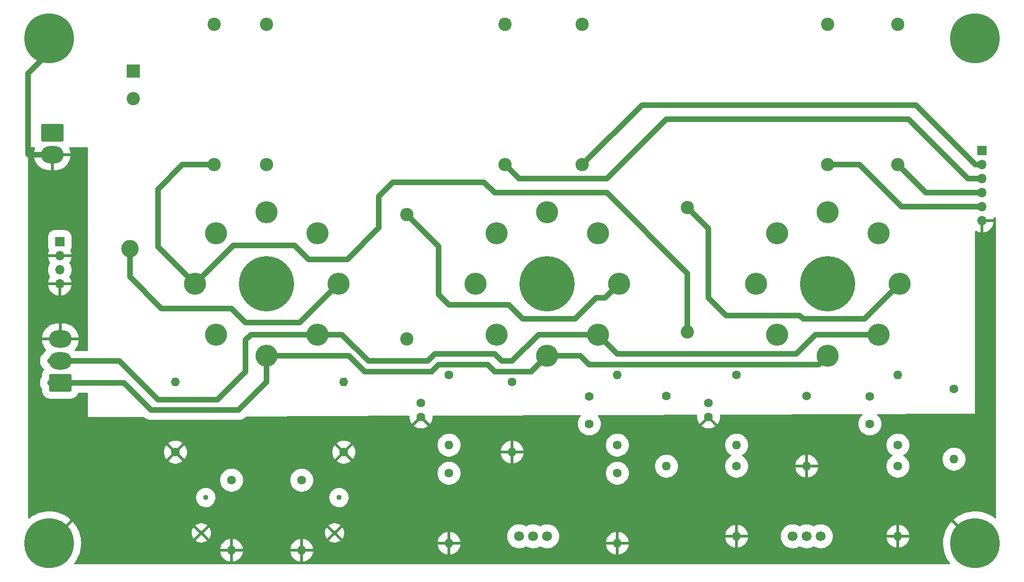
<source format=gbr>
%TF.GenerationSoftware,KiCad,Pcbnew,6.0.9-8da3e8f707~117~ubuntu22.04.1*%
%TF.CreationDate,2022-12-15T07:25:52-05:00*%
%TF.ProjectId,deflection_amp,6465666c-6563-4746-996f-6e5f616d702e,rev?*%
%TF.SameCoordinates,Original*%
%TF.FileFunction,Copper,L2,Bot*%
%TF.FilePolarity,Positive*%
%FSLAX46Y46*%
G04 Gerber Fmt 4.6, Leading zero omitted, Abs format (unit mm)*
G04 Created by KiCad (PCBNEW 6.0.9-8da3e8f707~117~ubuntu22.04.1) date 2022-12-15 07:25:52*
%MOMM*%
%LPD*%
G01*
G04 APERTURE LIST*
G04 Aperture macros list*
%AMRoundRect*
0 Rectangle with rounded corners*
0 $1 Rounding radius*
0 $2 $3 $4 $5 $6 $7 $8 $9 X,Y pos of 4 corners*
0 Add a 4 corners polygon primitive as box body*
4,1,4,$2,$3,$4,$5,$6,$7,$8,$9,$2,$3,0*
0 Add four circle primitives for the rounded corners*
1,1,$1+$1,$2,$3*
1,1,$1+$1,$4,$5*
1,1,$1+$1,$6,$7*
1,1,$1+$1,$8,$9*
0 Add four rect primitives between the rounded corners*
20,1,$1+$1,$2,$3,$4,$5,0*
20,1,$1+$1,$4,$5,$6,$7,0*
20,1,$1+$1,$6,$7,$8,$9,0*
20,1,$1+$1,$8,$9,$2,$3,0*%
G04 Aperture macros list end*
%TA.AperFunction,ComponentPad*%
%ADD10C,1.800000*%
%TD*%
%TA.AperFunction,ComponentPad*%
%ADD11C,1.600000*%
%TD*%
%TA.AperFunction,ComponentPad*%
%ADD12O,1.600000X1.600000*%
%TD*%
%TA.AperFunction,ComponentPad*%
%ADD13RoundRect,0.250000X-1.800000X1.330000X-1.800000X-1.330000X1.800000X-1.330000X1.800000X1.330000X0*%
%TD*%
%TA.AperFunction,ComponentPad*%
%ADD14O,4.100000X3.160000*%
%TD*%
%TA.AperFunction,ComponentPad*%
%ADD15O,4.000000X4.000000*%
%TD*%
%TA.AperFunction,ComponentPad*%
%ADD16C,10.000000*%
%TD*%
%TA.AperFunction,ComponentPad*%
%ADD17C,2.400000*%
%TD*%
%TA.AperFunction,ComponentPad*%
%ADD18O,2.400000X2.400000*%
%TD*%
%TA.AperFunction,ComponentPad*%
%ADD19R,2.400000X2.400000*%
%TD*%
%TA.AperFunction,ComponentPad*%
%ADD20C,0.940000*%
%TD*%
%TA.AperFunction,ComponentPad*%
%ADD21C,9.000000*%
%TD*%
%TA.AperFunction,ComponentPad*%
%ADD22R,1.700000X1.700000*%
%TD*%
%TA.AperFunction,ComponentPad*%
%ADD23O,1.700000X1.700000*%
%TD*%
%TA.AperFunction,ComponentPad*%
%ADD24RoundRect,0.250000X1.800000X-1.330000X1.800000X1.330000X-1.800000X1.330000X-1.800000X-1.330000X0*%
%TD*%
%TA.AperFunction,ViaPad*%
%ADD25C,3.175000*%
%TD*%
%TA.AperFunction,Conductor*%
%ADD26C,1.016000*%
%TD*%
G04 APERTURE END LIST*
D10*
%TO.P,RV2,1,1*%
%TO.N,Net-(C8-Pad2)*%
X184150000Y-139700000D03*
%TO.P,RV2,2,2*%
%TO.N,Net-(R18-Pad2)*%
X186690000Y-139700000D03*
%TO.P,RV2,3,3*%
%TO.N,Net-(R21-Pad2)*%
X189230000Y-139700000D03*
%TD*%
D11*
%TO.P,R22,1*%
%TO.N,Net-(R21-Pad2)*%
X173990000Y-127000000D03*
D12*
%TO.P,R22,2*%
%TO.N,GND*%
X173990000Y-139700000D03*
%TD*%
D11*
%TO.P,R1,1*%
%TO.N,GND*%
X102870000Y-124460000D03*
D12*
%TO.P,R1,2*%
%TO.N,Net-(J2-Pad1)*%
X102870000Y-111760000D03*
%TD*%
D13*
%TO.P,J1,1,Pin_1*%
%TO.N,/B+*%
X50060000Y-66600000D03*
D14*
%TO.P,J1,2,Pin_2*%
%TO.N,GND*%
X50060000Y-70560000D03*
%TD*%
D15*
%TO.P,U3,1,G*%
%TO.N,Net-(C6-Pad2)*%
X203500000Y-93980000D03*
%TO.P,U3,2,P*%
%TO.N,Net-(J4-Pad4)*%
X199692388Y-84787612D03*
%TO.P,U3,3,C*%
%TO.N,Net-(R14-Pad1)*%
X190500000Y-80980000D03*
%TO.P,U3,4,G*%
%TO.N,Net-(C10-Pad1)*%
X181307612Y-84787612D03*
%TO.P,U3,5,P*%
%TO.N,Net-(J4-Pad5)*%
X177500000Y-93980000D03*
%TO.P,U3,6,C*%
%TO.N,Net-(R14-Pad1)*%
X181307612Y-103172388D03*
%TO.P,U3,7,F1*%
%TO.N,Net-(J3-Pad1)*%
X190500000Y-106980000D03*
%TO.P,U3,8,F2*%
%TO.N,Net-(J3-Pad2)*%
X199692388Y-103172388D03*
D16*
%TO.P,U3,9*%
%TO.N,N/C*%
X190500000Y-93980000D03*
%TD*%
D17*
%TO.P,R6,1*%
%TO.N,/B+*%
X79375000Y-46990000D03*
D18*
%TO.P,R6,2*%
%TO.N,Net-(C6-Pad1)*%
X79375000Y-72390000D03*
%TD*%
D19*
%TO.P,C1,1*%
%TO.N,/B+*%
X64770000Y-55461041D03*
D17*
%TO.P,C1,2*%
%TO.N,GND*%
X64770000Y-60461041D03*
%TD*%
D20*
%TO.P,C3,1*%
%TO.N,Net-(C3-Pad1)*%
X102000000Y-132690000D03*
%TO.P,C3,2*%
%TO.N,GND*%
X101200000Y-139090000D03*
%TD*%
D17*
%TO.P,C5,1*%
%TO.N,Net-(C5-Pad1)*%
X114300000Y-103960000D03*
%TO.P,C5,2*%
%TO.N,Net-(C5-Pad2)*%
X114300000Y-81460000D03*
%TD*%
D11*
%TO.P,C8,1*%
%TO.N,Net-(C6-Pad2)*%
X198120000Y-114340000D03*
%TO.P,C8,2*%
%TO.N,Net-(C8-Pad2)*%
X198120000Y-119340000D03*
%TD*%
%TO.P,R4,1*%
%TO.N,Net-(C4-Pad1)*%
X82550000Y-129540000D03*
D12*
%TO.P,R4,2*%
%TO.N,GND*%
X82550000Y-142240000D03*
%TD*%
D21*
%TO.P,H1,1,1*%
%TO.N,GND*%
X49530000Y-140970000D03*
%TD*%
D17*
%TO.P,R16,1*%
%TO.N,/B+*%
X190500000Y-46990000D03*
D18*
%TO.P,R16,2*%
%TO.N,Net-(J4-Pad5)*%
X190500000Y-72390000D03*
%TD*%
D15*
%TO.P,U2,1,G*%
%TO.N,Net-(C5-Pad2)*%
X152700000Y-93980000D03*
%TO.P,U2,2,P*%
%TO.N,Net-(J4-Pad2)*%
X148892388Y-84787612D03*
%TO.P,U2,3,C*%
%TO.N,Net-(R13-Pad1)*%
X139700000Y-80980000D03*
%TO.P,U2,4,G*%
%TO.N,Net-(C9-Pad1)*%
X130507612Y-84787612D03*
%TO.P,U2,5,P*%
%TO.N,Net-(J4-Pad3)*%
X126700000Y-93980000D03*
%TO.P,U2,6,C*%
%TO.N,Net-(R13-Pad1)*%
X130507612Y-103172388D03*
%TO.P,U2,7,F1*%
%TO.N,Net-(J3-Pad1)*%
X139700000Y-106980000D03*
%TO.P,U2,8,F2*%
%TO.N,Net-(J3-Pad2)*%
X148892388Y-103172388D03*
D16*
%TO.P,U2,9*%
%TO.N,N/C*%
X139700000Y-93980000D03*
%TD*%
D11*
%TO.P,R19,1*%
%TO.N,Net-(C9-Pad1)*%
X121920000Y-110490000D03*
D12*
%TO.P,R19,2*%
%TO.N,Net-(R19-Pad2)*%
X121920000Y-123190000D03*
%TD*%
D22*
%TO.P,J2,1,Pin_1*%
%TO.N,Net-(J2-Pad1)*%
X51435000Y-86360000D03*
D23*
%TO.P,J2,2,Pin_2*%
%TO.N,GND*%
X51435000Y-88900000D03*
%TO.P,J2,3,Pin_3*%
%TO.N,Net-(J2-Pad3)*%
X51435000Y-91440000D03*
%TO.P,J2,4,Pin_4*%
%TO.N,GND*%
X51435000Y-93980000D03*
%TD*%
D11*
%TO.P,R2,1*%
%TO.N,GND*%
X72390000Y-124460000D03*
D12*
%TO.P,R2,2*%
%TO.N,Net-(J2-Pad3)*%
X72390000Y-111760000D03*
%TD*%
D17*
%TO.P,R11,1*%
%TO.N,/B+*%
X146050000Y-46990000D03*
D18*
%TO.P,R11,2*%
%TO.N,Net-(J4-Pad2)*%
X146050000Y-72390000D03*
%TD*%
D22*
%TO.P,J4,1,Pin_1*%
%TO.N,/B+*%
X218440000Y-69850000D03*
D23*
%TO.P,J4,2,Pin_2*%
%TO.N,Net-(J4-Pad2)*%
X218440000Y-72390000D03*
%TO.P,J4,3,Pin_3*%
%TO.N,Net-(J4-Pad3)*%
X218440000Y-74930000D03*
%TO.P,J4,4,Pin_4*%
%TO.N,Net-(J4-Pad4)*%
X218440000Y-77470000D03*
%TO.P,J4,5,Pin_5*%
%TO.N,Net-(J4-Pad5)*%
X218440000Y-80010000D03*
%TO.P,J4,6,Pin_6*%
%TO.N,GND*%
X218440000Y-82550000D03*
%TD*%
D21*
%TO.P,H3,1,1*%
%TO.N,GND*%
X217170000Y-49530000D03*
%TD*%
D11*
%TO.P,C9,1*%
%TO.N,Net-(C9-Pad1)*%
X116840000Y-115570000D03*
%TO.P,C9,2*%
%TO.N,GND*%
X116840000Y-118070000D03*
%TD*%
%TO.P,R7,1*%
%TO.N,Net-(C7-Pad2)*%
X152400000Y-123190000D03*
D12*
%TO.P,R7,2*%
%TO.N,Net-(C5-Pad2)*%
X152400000Y-110490000D03*
%TD*%
D17*
%TO.P,R12,1*%
%TO.N,/B+*%
X203200000Y-46990000D03*
D18*
%TO.P,R12,2*%
%TO.N,Net-(J4-Pad4)*%
X203200000Y-72390000D03*
%TD*%
D11*
%TO.P,R18,1*%
%TO.N,/B+*%
X213360000Y-113030000D03*
D12*
%TO.P,R18,2*%
%TO.N,Net-(R18-Pad2)*%
X213360000Y-125730000D03*
%TD*%
D20*
%TO.P,C4,1*%
%TO.N,Net-(C4-Pad1)*%
X77870000Y-132690000D03*
%TO.P,C4,2*%
%TO.N,GND*%
X77070000Y-139090000D03*
%TD*%
D11*
%TO.P,R17,1*%
%TO.N,/B+*%
X161290000Y-114300000D03*
D12*
%TO.P,R17,2*%
%TO.N,Net-(R17-Pad2)*%
X161290000Y-127000000D03*
%TD*%
D11*
%TO.P,R9,1*%
%TO.N,Net-(C8-Pad2)*%
X203200000Y-123190000D03*
D12*
%TO.P,R9,2*%
%TO.N,Net-(C6-Pad2)*%
X203200000Y-110490000D03*
%TD*%
D11*
%TO.P,R3,1*%
%TO.N,Net-(C3-Pad1)*%
X95250000Y-129540000D03*
D12*
%TO.P,R3,2*%
%TO.N,GND*%
X95250000Y-142240000D03*
%TD*%
D11*
%TO.P,R21,1*%
%TO.N,Net-(C10-Pad1)*%
X173990000Y-110490000D03*
D12*
%TO.P,R21,2*%
%TO.N,Net-(R21-Pad2)*%
X173990000Y-123190000D03*
%TD*%
D24*
%TO.P,J3,1,Pin_1*%
%TO.N,Net-(J3-Pad1)*%
X51540000Y-111910000D03*
D14*
%TO.P,J3,2,Pin_2*%
%TO.N,Net-(J3-Pad2)*%
X51540000Y-107950000D03*
%TO.P,J3,3,Pin_3*%
%TO.N,GND*%
X51540000Y-103990000D03*
%TD*%
D10*
%TO.P,RV1,1,1*%
%TO.N,Net-(C7-Pad2)*%
X134620000Y-139700000D03*
%TO.P,RV1,2,2*%
%TO.N,Net-(R17-Pad2)*%
X137160000Y-139700000D03*
%TO.P,RV1,3,3*%
%TO.N,Net-(R19-Pad2)*%
X139700000Y-139700000D03*
%TD*%
D11*
%TO.P,C7,1*%
%TO.N,Net-(C5-Pad2)*%
X147320000Y-114340000D03*
%TO.P,C7,2*%
%TO.N,Net-(C7-Pad2)*%
X147320000Y-119340000D03*
%TD*%
%TO.P,C10,1*%
%TO.N,Net-(C10-Pad1)*%
X168910000Y-115570000D03*
%TO.P,C10,2*%
%TO.N,GND*%
X168910000Y-118070000D03*
%TD*%
%TO.P,R20,1*%
%TO.N,Net-(R19-Pad2)*%
X121920000Y-128270000D03*
D12*
%TO.P,R20,2*%
%TO.N,GND*%
X121920000Y-140970000D03*
%TD*%
D21*
%TO.P,H4,1,1*%
%TO.N,GND*%
X217170000Y-140970000D03*
%TD*%
D15*
%TO.P,U1,1,G*%
%TO.N,Net-(J2-Pad1)*%
X101900000Y-93980000D03*
%TO.P,U1,2,P*%
%TO.N,Net-(C5-Pad1)*%
X98092388Y-84787612D03*
%TO.P,U1,3,C*%
%TO.N,Net-(C3-Pad1)*%
X88900000Y-80980000D03*
%TO.P,U1,4,G*%
%TO.N,Net-(J2-Pad3)*%
X79707612Y-84787612D03*
%TO.P,U1,5,P*%
%TO.N,Net-(C6-Pad1)*%
X75900000Y-93980000D03*
%TO.P,U1,6,C*%
%TO.N,Net-(C4-Pad1)*%
X79707612Y-103172388D03*
%TO.P,U1,7,F1*%
%TO.N,Net-(J3-Pad1)*%
X88900000Y-106980000D03*
%TO.P,U1,8,F2*%
%TO.N,Net-(J3-Pad2)*%
X98092388Y-103172388D03*
D16*
%TO.P,U1,9*%
%TO.N,N/C*%
X88900000Y-93980000D03*
%TD*%
D11*
%TO.P,R10,1*%
%TO.N,Net-(C8-Pad2)*%
X203200000Y-127000000D03*
D12*
%TO.P,R10,2*%
%TO.N,GND*%
X203200000Y-139700000D03*
%TD*%
D11*
%TO.P,R8,1*%
%TO.N,Net-(C7-Pad2)*%
X152400000Y-128270000D03*
D12*
%TO.P,R8,2*%
%TO.N,GND*%
X152400000Y-140970000D03*
%TD*%
D11*
%TO.P,R13,1*%
%TO.N,Net-(R13-Pad1)*%
X133350000Y-111760000D03*
D12*
%TO.P,R13,2*%
%TO.N,GND*%
X133350000Y-124460000D03*
%TD*%
D17*
%TO.P,C6,1*%
%TO.N,Net-(C6-Pad1)*%
X165100000Y-102690000D03*
%TO.P,C6,2*%
%TO.N,Net-(C6-Pad2)*%
X165100000Y-80190000D03*
%TD*%
D21*
%TO.P,H2,1,1*%
%TO.N,GND*%
X49530000Y-49530000D03*
%TD*%
D11*
%TO.P,R14,1*%
%TO.N,Net-(R14-Pad1)*%
X186690000Y-114300000D03*
D12*
%TO.P,R14,2*%
%TO.N,GND*%
X186690000Y-127000000D03*
%TD*%
D17*
%TO.P,R15,1*%
%TO.N,/B+*%
X132080000Y-46990000D03*
D18*
%TO.P,R15,2*%
%TO.N,Net-(J4-Pad3)*%
X132080000Y-72390000D03*
%TD*%
D17*
%TO.P,R5,1*%
%TO.N,/B+*%
X88900000Y-46990000D03*
D18*
%TO.P,R5,2*%
%TO.N,Net-(C5-Pad1)*%
X88900000Y-72390000D03*
%TD*%
D25*
%TO.N,Net-(J2-Pad1)*%
X64135000Y-87630000D03*
%TD*%
D26*
%TO.N,GND*%
X49530000Y-52070000D02*
X45720000Y-55880000D01*
X49530000Y-49530000D02*
X49530000Y-52070000D01*
X45720000Y-70485000D02*
X45795000Y-70560000D01*
X45795000Y-70560000D02*
X50060000Y-70560000D01*
X45720000Y-55880000D02*
X45720000Y-70485000D01*
%TO.N,Net-(C5-Pad2)*%
X114300000Y-81460000D02*
X120015000Y-87175000D01*
X132715000Y-97790000D02*
X135255000Y-100330000D01*
X120015000Y-87175000D02*
X120015000Y-95885000D01*
X121920000Y-97790000D02*
X132715000Y-97790000D01*
X144780000Y-100330000D02*
X148590000Y-96520000D01*
X120015000Y-95885000D02*
X121920000Y-97790000D01*
X135255000Y-100330000D02*
X144780000Y-100330000D01*
X150160000Y-96520000D02*
X152700000Y-93980000D01*
X148590000Y-96520000D02*
X150160000Y-96520000D01*
%TO.N,Net-(C6-Pad1)*%
X93980000Y-86995000D02*
X96520000Y-89535000D01*
X111760000Y-75565000D02*
X128270000Y-75565000D01*
X165100000Y-92075000D02*
X165100000Y-102690000D01*
X150495000Y-77470000D02*
X165100000Y-92075000D01*
X69215000Y-87295000D02*
X75900000Y-93980000D01*
X130175000Y-77470000D02*
X150495000Y-77470000D01*
X73660000Y-72390000D02*
X69215000Y-76835000D01*
X75900000Y-93980000D02*
X82885000Y-86995000D01*
X82885000Y-86995000D02*
X93980000Y-86995000D01*
X96520000Y-89535000D02*
X103505000Y-89535000D01*
X128270000Y-75565000D02*
X130175000Y-77470000D01*
X109220000Y-83820000D02*
X109220000Y-78105000D01*
X103505000Y-89535000D02*
X109220000Y-83820000D01*
X109220000Y-78105000D02*
X111760000Y-75565000D01*
X79375000Y-72390000D02*
X73660000Y-72390000D01*
X69215000Y-76835000D02*
X69215000Y-87295000D01*
%TO.N,Net-(C6-Pad2)*%
X197150000Y-100330000D02*
X203500000Y-93980000D01*
X168910000Y-84000000D02*
X168910000Y-96520000D01*
X165100000Y-80190000D02*
X168910000Y-84000000D01*
X172085000Y-99695000D02*
X185420000Y-99695000D01*
X168910000Y-96520000D02*
X172085000Y-99695000D01*
X186055000Y-100330000D02*
X197150000Y-100330000D01*
X185420000Y-99695000D02*
X186055000Y-100330000D01*
%TO.N,Net-(J2-Pad1)*%
X94915000Y-100965000D02*
X101900000Y-93980000D01*
X82550000Y-98425000D02*
X85090000Y-100965000D01*
X64135000Y-87630000D02*
X64135000Y-92710000D01*
X64135000Y-92710000D02*
X69850000Y-98425000D01*
X85090000Y-100965000D02*
X94915000Y-100965000D01*
X69850000Y-98425000D02*
X82550000Y-98425000D01*
%TO.N,Net-(J3-Pad1)*%
X145715000Y-106980000D02*
X147320000Y-108585000D01*
X128905000Y-108585000D02*
X130175000Y-109855000D01*
X118745000Y-109855000D02*
X120015000Y-108585000D01*
X88900000Y-111760000D02*
X88900000Y-106980000D01*
X130175000Y-109855000D02*
X136825000Y-109855000D01*
X136825000Y-109855000D02*
X139700000Y-106980000D01*
X88900000Y-106980000D02*
X103805000Y-106980000D01*
X83820000Y-116840000D02*
X88900000Y-111760000D01*
X188895000Y-108585000D02*
X190500000Y-106980000D01*
X63015000Y-111910000D02*
X67945000Y-116840000D01*
X103805000Y-106980000D02*
X106680000Y-109855000D01*
X147320000Y-108585000D02*
X188895000Y-108585000D01*
X139700000Y-106980000D02*
X145715000Y-106980000D01*
X67945000Y-116840000D02*
X83820000Y-116840000D01*
X49635000Y-111910000D02*
X63015000Y-111910000D01*
X120015000Y-108585000D02*
X128905000Y-108585000D01*
X106680000Y-109855000D02*
X118745000Y-109855000D01*
%TO.N,Net-(J3-Pad2)*%
X119380000Y-106680000D02*
X130175000Y-106680000D01*
X69215000Y-114935000D02*
X80010000Y-114935000D01*
X138127612Y-103172388D02*
X148892388Y-103172388D01*
X188292612Y-103172388D02*
X199692388Y-103172388D01*
X107315000Y-107950000D02*
X118110000Y-107950000D01*
X85090000Y-104140000D02*
X86057612Y-103172388D01*
X80010000Y-114935000D02*
X85090000Y-109855000D01*
X131445000Y-107950000D02*
X133350000Y-107950000D01*
X130175000Y-106680000D02*
X131445000Y-107950000D01*
X49635000Y-107950000D02*
X62230000Y-107950000D01*
X152400000Y-106680000D02*
X184785000Y-106680000D01*
X133350000Y-107950000D02*
X138127612Y-103172388D01*
X184785000Y-106680000D02*
X188292612Y-103172388D01*
X98092388Y-103172388D02*
X102537388Y-103172388D01*
X118110000Y-107950000D02*
X119380000Y-106680000D01*
X62230000Y-107950000D02*
X69215000Y-114935000D01*
X148892388Y-103172388D02*
X152400000Y-106680000D01*
X102537388Y-103172388D02*
X107315000Y-107950000D01*
X86057612Y-103172388D02*
X98092388Y-103172388D01*
X85090000Y-109855000D02*
X85090000Y-104140000D01*
%TO.N,Net-(J4-Pad2)*%
X206442919Y-61595000D02*
X156845000Y-61595000D01*
X217237919Y-72390000D02*
X206442919Y-61595000D01*
X218440000Y-72390000D02*
X217237919Y-72390000D01*
X156845000Y-61595000D02*
X146050000Y-72390000D01*
%TO.N,Net-(J4-Pad3)*%
X150495000Y-74930000D02*
X134620000Y-74930000D01*
X205105000Y-64135000D02*
X161290000Y-64135000D01*
X218440000Y-74930000D02*
X215900000Y-74930000D01*
X215900000Y-74930000D02*
X205105000Y-64135000D01*
X161290000Y-64135000D02*
X150495000Y-74930000D01*
X134620000Y-74930000D02*
X132080000Y-72390000D01*
%TO.N,Net-(J4-Pad4)*%
X218440000Y-77470000D02*
X208280000Y-77470000D01*
X208280000Y-77470000D02*
X203200000Y-72390000D01*
%TO.N,Net-(J4-Pad5)*%
X218440000Y-80010000D02*
X203835000Y-80010000D01*
X196215000Y-72390000D02*
X190500000Y-72390000D01*
X203835000Y-80010000D02*
X196215000Y-72390000D01*
%TD*%
%TA.AperFunction,Conductor*%
%TO.N,GND*%
G36*
X46940701Y-69235002D02*
G01*
X46987194Y-69288658D01*
X46997298Y-69358932D01*
X46985488Y-69396926D01*
X46963585Y-69441145D01*
X46960706Y-69447929D01*
X46850980Y-69755225D01*
X46848916Y-69762285D01*
X46775795Y-70080278D01*
X46774567Y-70087537D01*
X46752613Y-70287992D01*
X46755213Y-70302569D01*
X46767673Y-70306000D01*
X53352495Y-70306000D01*
X53366389Y-70301920D01*
X53368427Y-70288599D01*
X53337666Y-70043372D01*
X53336326Y-70036141D01*
X53258215Y-69719325D01*
X53256039Y-69712297D01*
X53141503Y-69406769D01*
X53138519Y-69400035D01*
X53137827Y-69398692D01*
X53137753Y-69398307D01*
X53137028Y-69396671D01*
X53137406Y-69396503D01*
X53124418Y-69328973D01*
X53150831Y-69263073D01*
X53208680Y-69221914D01*
X53249843Y-69215000D01*
X56389000Y-69215000D01*
X56457121Y-69235002D01*
X56503614Y-69288658D01*
X56515000Y-69341000D01*
X56515000Y-106045500D01*
X56494998Y-106113621D01*
X56441342Y-106160114D01*
X56389000Y-106171500D01*
X54298081Y-106171500D01*
X54229960Y-106151498D01*
X54202484Y-106127580D01*
X54138131Y-106052629D01*
X54108931Y-105987915D01*
X54119353Y-105917688D01*
X54136854Y-105889980D01*
X54305624Y-105687055D01*
X54309991Y-105681133D01*
X54487950Y-105407623D01*
X54491587Y-105401247D01*
X54636420Y-105108841D01*
X54639294Y-105102071D01*
X54749020Y-104794775D01*
X54751084Y-104787715D01*
X54824205Y-104469722D01*
X54825433Y-104462463D01*
X54847387Y-104262008D01*
X54844787Y-104247431D01*
X54832327Y-104244000D01*
X48247505Y-104244000D01*
X48233611Y-104248080D01*
X48231573Y-104261401D01*
X48262334Y-104506628D01*
X48263674Y-104513859D01*
X48341785Y-104830675D01*
X48343961Y-104837703D01*
X48458497Y-105143231D01*
X48461481Y-105149965D01*
X48610885Y-105440049D01*
X48614624Y-105446372D01*
X48796856Y-105717051D01*
X48801307Y-105722894D01*
X48941863Y-105886595D01*
X48971063Y-105951309D01*
X48960642Y-106021536D01*
X48943140Y-106049245D01*
X48889599Y-106113621D01*
X48771614Y-106255483D01*
X48649098Y-106443782D01*
X48635505Y-106464673D01*
X48607900Y-106494904D01*
X48430094Y-106635075D01*
X48248970Y-106827615D01*
X48246304Y-106831458D01*
X48127395Y-107002866D01*
X48098296Y-107044812D01*
X47981380Y-107281894D01*
X47900791Y-107533653D01*
X47858300Y-107794559D01*
X47854840Y-108058879D01*
X47890486Y-108320808D01*
X47964457Y-108574590D01*
X48075127Y-108814652D01*
X48077690Y-108818561D01*
X48217499Y-109031805D01*
X48217503Y-109031810D01*
X48220065Y-109035718D01*
X48396086Y-109232933D01*
X48399685Y-109235926D01*
X48587186Y-109391869D01*
X48626770Y-109450806D01*
X48628206Y-109521788D01*
X48602571Y-109570406D01*
X48502765Y-109687678D01*
X48500141Y-109692010D01*
X48500140Y-109692012D01*
X48384724Y-109882586D01*
X48376015Y-109896967D01*
X48284357Y-110123829D01*
X48230149Y-110362427D01*
X48229807Y-110367192D01*
X48229807Y-110367195D01*
X48223589Y-110453947D01*
X48219500Y-110510987D01*
X48219500Y-110790670D01*
X48197028Y-110862489D01*
X48169157Y-110902666D01*
X48098296Y-111004812D01*
X48096230Y-111009001D01*
X48096229Y-111009003D01*
X48011479Y-111180860D01*
X47981380Y-111241894D01*
X47900791Y-111493653D01*
X47858300Y-111754559D01*
X47856570Y-111886719D01*
X47855246Y-111987896D01*
X47854840Y-112018879D01*
X47890486Y-112280808D01*
X47891795Y-112285298D01*
X47891796Y-112285304D01*
X47919427Y-112380100D01*
X47964457Y-112534590D01*
X48075127Y-112774652D01*
X48138966Y-112872022D01*
X48198873Y-112963395D01*
X48219501Y-113032480D01*
X48219501Y-113309012D01*
X48219662Y-113311253D01*
X48219662Y-113311264D01*
X48229807Y-113452806D01*
X48230149Y-113457573D01*
X48231207Y-113462231D01*
X48231208Y-113462236D01*
X48248879Y-113540013D01*
X48284357Y-113696171D01*
X48376015Y-113923033D01*
X48378635Y-113927360D01*
X48378636Y-113927361D01*
X48474974Y-114086433D01*
X48502765Y-114132322D01*
X48661346Y-114318654D01*
X48847678Y-114477235D01*
X48852010Y-114479859D01*
X48852012Y-114479860D01*
X48931329Y-114527896D01*
X49056967Y-114603985D01*
X49283829Y-114695643D01*
X49522427Y-114749851D01*
X49527192Y-114750193D01*
X49527195Y-114750193D01*
X49668737Y-114760339D01*
X49668745Y-114760339D01*
X49670987Y-114760500D01*
X51540000Y-114760500D01*
X53409012Y-114760499D01*
X53411253Y-114760338D01*
X53411264Y-114760338D01*
X53552806Y-114750193D01*
X53552810Y-114750192D01*
X53557573Y-114749851D01*
X53562231Y-114748793D01*
X53562236Y-114748792D01*
X53791241Y-114696763D01*
X53791240Y-114696763D01*
X53796171Y-114695643D01*
X54023033Y-114603985D01*
X54148671Y-114527896D01*
X54227988Y-114479860D01*
X54227990Y-114479859D01*
X54232322Y-114477235D01*
X54418654Y-114318654D01*
X54577235Y-114132322D01*
X54605027Y-114086433D01*
X54701364Y-113927361D01*
X54701365Y-113927360D01*
X54703985Y-113923033D01*
X54766905Y-113767300D01*
X54810969Y-113711632D01*
X54883730Y-113688500D01*
X56389000Y-113688500D01*
X56457121Y-113708502D01*
X56503614Y-113762158D01*
X56515000Y-113814500D01*
X56515000Y-118110000D01*
X56528670Y-118109946D01*
X57444430Y-118106326D01*
X66602031Y-118070130D01*
X66670229Y-118089863D01*
X66696534Y-118112231D01*
X66706086Y-118122933D01*
X66748036Y-118157822D01*
X66794896Y-118196795D01*
X66796575Y-118198216D01*
X66880603Y-118270620D01*
X66880607Y-118270623D01*
X66884141Y-118273668D01*
X66888094Y-118276162D01*
X66890352Y-118277587D01*
X66903678Y-118287269D01*
X66905725Y-118288971D01*
X66909324Y-118291964D01*
X66913317Y-118294387D01*
X67008142Y-118351929D01*
X67010011Y-118353086D01*
X67068991Y-118390299D01*
X67107704Y-118414725D01*
X67111983Y-118416608D01*
X67111989Y-118416611D01*
X67114414Y-118417678D01*
X67129027Y-118425284D01*
X67135314Y-118429099D01*
X67139622Y-118430906D01*
X67139623Y-118430906D01*
X67241910Y-118473799D01*
X67243930Y-118474667D01*
X67337376Y-118515784D01*
X67349660Y-118521189D01*
X67354169Y-118522418D01*
X67354174Y-118522420D01*
X67356735Y-118523118D01*
X67372320Y-118528483D01*
X67379091Y-118531323D01*
X67491152Y-118559783D01*
X67493166Y-118560313D01*
X67604694Y-118590719D01*
X67609325Y-118591267D01*
X67609340Y-118591270D01*
X67611987Y-118591583D01*
X67628186Y-118594585D01*
X67630764Y-118595240D01*
X67630767Y-118595241D01*
X67635301Y-118596392D01*
X67750304Y-118607973D01*
X67752372Y-118608199D01*
X67867205Y-118621790D01*
X67972952Y-118618559D01*
X67976800Y-118618500D01*
X83764522Y-118618500D01*
X83771665Y-118618703D01*
X83846450Y-118622950D01*
X83846457Y-118622950D01*
X83851126Y-118623215D01*
X83889161Y-118619720D01*
X83966113Y-118612650D01*
X83968303Y-118612468D01*
X84078947Y-118604245D01*
X84078961Y-118604243D01*
X84083616Y-118603897D01*
X84088173Y-118602866D01*
X84090786Y-118602275D01*
X84107057Y-118599698D01*
X84114360Y-118599027D01*
X84144781Y-118591583D01*
X84226582Y-118571567D01*
X84228722Y-118571063D01*
X84310872Y-118552474D01*
X84341441Y-118545557D01*
X84348283Y-118542897D01*
X84363993Y-118537943D01*
X84371128Y-118536197D01*
X84478075Y-118492444D01*
X84480115Y-118491630D01*
X84583457Y-118451442D01*
X84587811Y-118449749D01*
X84591860Y-118447435D01*
X84591872Y-118447429D01*
X84594184Y-118446107D01*
X84608993Y-118438884D01*
X84611453Y-118437878D01*
X84611460Y-118437875D01*
X84615788Y-118436104D01*
X84715099Y-118377020D01*
X84716997Y-118375913D01*
X84813247Y-118320902D01*
X84813248Y-118320901D01*
X84817313Y-118318578D01*
X84823078Y-118314033D01*
X84836656Y-118304701D01*
X84838947Y-118303338D01*
X84838946Y-118303338D01*
X84842966Y-118300947D01*
X84846584Y-118297991D01*
X84846594Y-118297984D01*
X84932462Y-118227826D01*
X84934178Y-118226449D01*
X85021232Y-118157822D01*
X85021237Y-118157817D01*
X85024906Y-118154925D01*
X85097413Y-118077848D01*
X85100093Y-118075086D01*
X85141775Y-118033404D01*
X85204087Y-117999378D01*
X85230367Y-117996501D01*
X114641697Y-117880250D01*
X114709895Y-117899983D01*
X114756600Y-117953454D01*
X114767806Y-118016134D01*
X114765613Y-118044001D01*
X114765524Y-118052553D01*
X114781277Y-118325759D01*
X114782350Y-118334259D01*
X114835036Y-118602800D01*
X114837249Y-118611062D01*
X114925895Y-118869976D01*
X114929211Y-118877863D01*
X115052174Y-119122346D01*
X115056531Y-119129713D01*
X115194760Y-119330839D01*
X115205013Y-119339182D01*
X115218754Y-119332036D01*
X116678591Y-117872199D01*
X117000138Y-117870928D01*
X118460081Y-119330871D01*
X118472291Y-119337538D01*
X118483790Y-119328849D01*
X118589305Y-119185208D01*
X118593889Y-119177985D01*
X118724467Y-118937491D01*
X118728035Y-118929697D01*
X118824764Y-118673712D01*
X118827241Y-118665506D01*
X118888334Y-118398760D01*
X118889674Y-118390299D01*
X118914162Y-118115916D01*
X118914408Y-118110978D01*
X118914811Y-118072485D01*
X118914668Y-118067519D01*
X118909891Y-117997454D01*
X118925213Y-117928131D01*
X118975582Y-117878096D01*
X119035101Y-117862885D01*
X124954733Y-117839487D01*
X145673444Y-117757595D01*
X145741643Y-117777328D01*
X145788348Y-117830799D01*
X145798729Y-117901033D01*
X145765340Y-117970326D01*
X145720925Y-118017130D01*
X145556185Y-118246389D01*
X145424084Y-118495884D01*
X145327066Y-118760999D01*
X145266926Y-119036828D01*
X145244776Y-119318268D01*
X145261027Y-119600109D01*
X145315377Y-119877137D01*
X145316763Y-119881185D01*
X145404563Y-120137627D01*
X145406822Y-120144226D01*
X145533669Y-120396433D01*
X145693571Y-120629092D01*
X145883569Y-120837896D01*
X145886858Y-120840646D01*
X146096855Y-121016232D01*
X146096860Y-121016236D01*
X146100147Y-121018984D01*
X146159908Y-121056472D01*
X146335657Y-121166720D01*
X146335661Y-121166722D01*
X146339297Y-121169003D01*
X146596595Y-121285177D01*
X146600715Y-121286397D01*
X146600714Y-121286397D01*
X146863166Y-121364139D01*
X146863170Y-121364140D01*
X146867279Y-121365357D01*
X146871513Y-121366005D01*
X146871518Y-121366006D01*
X147142098Y-121407410D01*
X147142100Y-121407410D01*
X147146340Y-121408059D01*
X147289999Y-121410316D01*
X147424324Y-121412427D01*
X147424330Y-121412427D01*
X147428615Y-121412494D01*
X147708880Y-121378578D01*
X147981948Y-121306940D01*
X147985908Y-121305300D01*
X147985913Y-121305298D01*
X148152780Y-121236179D01*
X148242768Y-121198905D01*
X148293940Y-121169003D01*
X148482815Y-121058633D01*
X148482816Y-121058633D01*
X148486513Y-121056472D01*
X148708672Y-120882277D01*
X148905135Y-120679543D01*
X148907668Y-120676095D01*
X148907672Y-120676090D01*
X149069728Y-120455477D01*
X149072266Y-120452022D01*
X149206972Y-120203923D01*
X149306762Y-119939839D01*
X149342589Y-119783408D01*
X149360852Y-119703669D01*
X167641603Y-119703669D01*
X167648658Y-119713642D01*
X167687146Y-119745823D01*
X167694079Y-119750860D01*
X167925894Y-119896278D01*
X167933445Y-119900327D01*
X168182858Y-120012940D01*
X168190889Y-120015927D01*
X168453275Y-120093650D01*
X168461627Y-120095517D01*
X168732141Y-120136911D01*
X168740674Y-120137627D01*
X169014298Y-120141927D01*
X169022849Y-120141478D01*
X169294528Y-120108601D01*
X169302929Y-120106999D01*
X169567646Y-120037552D01*
X169575748Y-120034825D01*
X169828581Y-119930098D01*
X169836249Y-119926292D01*
X170072528Y-119788221D01*
X170079609Y-119783408D01*
X170168816Y-119713462D01*
X170177286Y-119701603D01*
X170170769Y-119689979D01*
X168922812Y-118442022D01*
X168908868Y-118434408D01*
X168907035Y-118434539D01*
X168900420Y-118438790D01*
X167648895Y-119690315D01*
X167641603Y-119703669D01*
X149360852Y-119703669D01*
X149368829Y-119668838D01*
X149368830Y-119668834D01*
X149369787Y-119664654D01*
X149375172Y-119604325D01*
X149394663Y-119385927D01*
X149394883Y-119383463D01*
X149395338Y-119340000D01*
X149394716Y-119330871D01*
X149376429Y-119062621D01*
X149376428Y-119062615D01*
X149376137Y-119058344D01*
X149318888Y-118781900D01*
X149224651Y-118515784D01*
X149095170Y-118264919D01*
X148932841Y-118033947D01*
X148860783Y-117956403D01*
X148829064Y-117892887D01*
X148836720Y-117822305D01*
X148881320Y-117767066D01*
X148952585Y-117744634D01*
X154729563Y-117721800D01*
X166727899Y-117674376D01*
X166796098Y-117694109D01*
X166842803Y-117747580D01*
X166854009Y-117810261D01*
X166835613Y-118044003D01*
X166835524Y-118052553D01*
X166851277Y-118325759D01*
X166852350Y-118334259D01*
X166905036Y-118602800D01*
X166907249Y-118611062D01*
X166995895Y-118869976D01*
X166999211Y-118877863D01*
X167122174Y-119122346D01*
X167126531Y-119129713D01*
X167264760Y-119330839D01*
X167275013Y-119339182D01*
X167288754Y-119332036D01*
X168820905Y-117799885D01*
X168883217Y-117765859D01*
X168954032Y-117770924D01*
X168999095Y-117799885D01*
X170530081Y-119330871D01*
X170542291Y-119337538D01*
X170553790Y-119328849D01*
X170659305Y-119185208D01*
X170663889Y-119177985D01*
X170794467Y-118937491D01*
X170798035Y-118929697D01*
X170894764Y-118673712D01*
X170897241Y-118665506D01*
X170958334Y-118398760D01*
X170959674Y-118390299D01*
X170984162Y-118115916D01*
X170984408Y-118110978D01*
X170984811Y-118072485D01*
X170984668Y-118067519D01*
X170965864Y-117791699D01*
X170981186Y-117722376D01*
X171031555Y-117672341D01*
X171091073Y-117657130D01*
X196675935Y-117556004D01*
X196744133Y-117575737D01*
X196790838Y-117629208D01*
X196801219Y-117699442D01*
X196771982Y-117764138D01*
X196755212Y-117780337D01*
X196718602Y-117809667D01*
X196718596Y-117809673D01*
X196715254Y-117812350D01*
X196520925Y-118017130D01*
X196356185Y-118246389D01*
X196224084Y-118495884D01*
X196127066Y-118760999D01*
X196066926Y-119036828D01*
X196044776Y-119318268D01*
X196061027Y-119600109D01*
X196115377Y-119877137D01*
X196116763Y-119881185D01*
X196204563Y-120137627D01*
X196206822Y-120144226D01*
X196333669Y-120396433D01*
X196493571Y-120629092D01*
X196683569Y-120837896D01*
X196686858Y-120840646D01*
X196896855Y-121016232D01*
X196896860Y-121016236D01*
X196900147Y-121018984D01*
X196959908Y-121056472D01*
X197135657Y-121166720D01*
X197135661Y-121166722D01*
X197139297Y-121169003D01*
X197396595Y-121285177D01*
X197400715Y-121286397D01*
X197400714Y-121286397D01*
X197663166Y-121364139D01*
X197663170Y-121364140D01*
X197667279Y-121365357D01*
X197671513Y-121366005D01*
X197671518Y-121366006D01*
X197942098Y-121407410D01*
X197942100Y-121407410D01*
X197946340Y-121408059D01*
X198089999Y-121410316D01*
X198224324Y-121412427D01*
X198224330Y-121412427D01*
X198228615Y-121412494D01*
X198508880Y-121378578D01*
X198781948Y-121306940D01*
X198785908Y-121305300D01*
X198785913Y-121305298D01*
X198952780Y-121236179D01*
X199042768Y-121198905D01*
X199093940Y-121169003D01*
X199282815Y-121058633D01*
X199282816Y-121058633D01*
X199286513Y-121056472D01*
X199508672Y-120882277D01*
X199705135Y-120679543D01*
X199707668Y-120676095D01*
X199707672Y-120676090D01*
X199869728Y-120455477D01*
X199872266Y-120452022D01*
X200006972Y-120203923D01*
X200106762Y-119939839D01*
X200142589Y-119783408D01*
X200168829Y-119668838D01*
X200168830Y-119668834D01*
X200169787Y-119664654D01*
X200175172Y-119604325D01*
X200194663Y-119385927D01*
X200194883Y-119383463D01*
X200195338Y-119340000D01*
X200194716Y-119330871D01*
X200176429Y-119062621D01*
X200176428Y-119062615D01*
X200176137Y-119058344D01*
X200118888Y-118781900D01*
X200024651Y-118515784D01*
X199895170Y-118264919D01*
X199732841Y-118033947D01*
X199716288Y-118016134D01*
X199543588Y-117830287D01*
X199543585Y-117830285D01*
X199540667Y-117827144D01*
X199537352Y-117824430D01*
X199537348Y-117824427D01*
X199468597Y-117768155D01*
X199428551Y-117709530D01*
X199426558Y-117638561D01*
X199463249Y-117577781D01*
X199526977Y-117546486D01*
X199547898Y-117544653D01*
X209829220Y-117504015D01*
X217151883Y-117475072D01*
X217151884Y-117475072D01*
X217170000Y-117475000D01*
X217170000Y-84483739D01*
X217190002Y-84415618D01*
X217243658Y-84369125D01*
X217313932Y-84359021D01*
X217362956Y-84377002D01*
X217432211Y-84420446D01*
X217439763Y-84424495D01*
X217695388Y-84539915D01*
X217703419Y-84542901D01*
X217972343Y-84622560D01*
X217980695Y-84624427D01*
X218168090Y-84653102D01*
X218181877Y-84651247D01*
X218186000Y-84637437D01*
X218186000Y-84636647D01*
X218694000Y-84636647D01*
X218698105Y-84650629D01*
X218711271Y-84652672D01*
X218833919Y-84637830D01*
X218842320Y-84636228D01*
X219113631Y-84565051D01*
X219121733Y-84562324D01*
X219380869Y-84454986D01*
X219388531Y-84451183D01*
X219630693Y-84309675D01*
X219637780Y-84304858D01*
X219858491Y-84131800D01*
X219864861Y-84126065D01*
X220060048Y-83924646D01*
X220065568Y-83918115D01*
X220231620Y-83692062D01*
X220236204Y-83684839D01*
X220370035Y-83438353D01*
X220373603Y-83430560D01*
X220472742Y-83168197D01*
X220475219Y-83159991D01*
X220537833Y-82886602D01*
X220539174Y-82878139D01*
X220544180Y-82822044D01*
X220541209Y-82807125D01*
X220529402Y-82804000D01*
X218712115Y-82804000D01*
X218696876Y-82808475D01*
X218695671Y-82809865D01*
X218694000Y-82817548D01*
X218694000Y-84636647D01*
X218186000Y-84636647D01*
X218186000Y-82422000D01*
X218206002Y-82353879D01*
X218259658Y-82307386D01*
X218312000Y-82296000D01*
X220529523Y-82296000D01*
X220544514Y-82291598D01*
X220546569Y-82280315D01*
X220545586Y-82265901D01*
X220544422Y-82257403D01*
X220504899Y-82066551D01*
X220510671Y-81995790D01*
X220553784Y-81939382D01*
X220620549Y-81915237D01*
X220628281Y-81915000D01*
X220853500Y-81915000D01*
X220921621Y-81935002D01*
X220968114Y-81988658D01*
X220979500Y-82041000D01*
X220979500Y-136361465D01*
X220959498Y-136429586D01*
X220905842Y-136476079D01*
X220835568Y-136486183D01*
X220771419Y-136457062D01*
X220751127Y-136439639D01*
X220747106Y-136436464D01*
X220367889Y-136161452D01*
X220363588Y-136158594D01*
X219963140Y-135915596D01*
X219958607Y-135913094D01*
X219539600Y-135703727D01*
X219534860Y-135701598D01*
X219100105Y-135527269D01*
X219095258Y-135525552D01*
X218647642Y-135387419D01*
X218642662Y-135386104D01*
X218185265Y-135285120D01*
X218180158Y-135284210D01*
X217716026Y-135221044D01*
X217710899Y-135220559D01*
X217243131Y-135195635D01*
X217237967Y-135195572D01*
X216769742Y-135209060D01*
X216764592Y-135209420D01*
X216299041Y-135261229D01*
X216293948Y-135262008D01*
X215834206Y-135351789D01*
X215829182Y-135352986D01*
X215378354Y-135480133D01*
X215373440Y-135481739D01*
X214934538Y-135645401D01*
X214929794Y-135647396D01*
X214505758Y-135846480D01*
X214501205Y-135848851D01*
X214094903Y-136082012D01*
X214090563Y-136084746D01*
X213704736Y-136350413D01*
X213700609Y-136353512D01*
X213337877Y-136649877D01*
X213334009Y-136653311D01*
X213285194Y-136700369D01*
X213277328Y-136714166D01*
X213277393Y-136715389D01*
X213282146Y-136722935D01*
X217440115Y-140880905D01*
X217474141Y-140943217D01*
X217469076Y-141014033D01*
X217440115Y-141059095D01*
X217259095Y-141240115D01*
X217196783Y-141274141D01*
X217125968Y-141269076D01*
X217080905Y-141240115D01*
X212926310Y-137085521D01*
X212912519Y-137077990D01*
X212903206Y-137084404D01*
X212683742Y-137333776D01*
X212680483Y-137337802D01*
X212400890Y-137713589D01*
X212397966Y-137717874D01*
X212150090Y-138115330D01*
X212147543Y-138119814D01*
X211933060Y-138536258D01*
X211930898Y-138540916D01*
X211751256Y-138973541D01*
X211749474Y-138978386D01*
X211605886Y-139424273D01*
X211604514Y-139429219D01*
X211497948Y-139885357D01*
X211496975Y-139890456D01*
X211428147Y-140353758D01*
X211427595Y-140358928D01*
X211396960Y-140826331D01*
X211396834Y-140831480D01*
X211404600Y-141299850D01*
X211404897Y-141304997D01*
X211451013Y-141771141D01*
X211451733Y-141776260D01*
X211535890Y-142237064D01*
X211537023Y-142242088D01*
X211658653Y-142694439D01*
X211660202Y-142699380D01*
X211818485Y-143140236D01*
X211820427Y-143145018D01*
X212014310Y-143571440D01*
X212016634Y-143576042D01*
X212244802Y-143985139D01*
X212247496Y-143989535D01*
X212508425Y-144378572D01*
X212511464Y-144382723D01*
X212664664Y-144574977D01*
X212691474Y-144640717D01*
X212678486Y-144710516D01*
X212629824Y-144762212D01*
X212566124Y-144779500D01*
X54134291Y-144779500D01*
X54066170Y-144759498D01*
X54019677Y-144705842D01*
X54009573Y-144635568D01*
X54035069Y-144575840D01*
X54218133Y-144341949D01*
X54221154Y-144337744D01*
X54478666Y-143946465D01*
X54481320Y-143942048D01*
X54705906Y-143530982D01*
X54708204Y-143526330D01*
X54898339Y-143098276D01*
X54900255Y-143093439D01*
X55054681Y-142651229D01*
X55056184Y-142646282D01*
X55092594Y-142505998D01*
X80492692Y-142505998D01*
X80545036Y-142772800D01*
X80547249Y-142781062D01*
X80635895Y-143039976D01*
X80639211Y-143047863D01*
X80762174Y-143292346D01*
X80766530Y-143299713D01*
X80921533Y-143525243D01*
X80926852Y-143531954D01*
X81111036Y-143734370D01*
X81117197Y-143740278D01*
X81327149Y-143915826D01*
X81334081Y-143920861D01*
X81565894Y-144066278D01*
X81573445Y-144070327D01*
X81822858Y-144182940D01*
X81830889Y-144185927D01*
X82093275Y-144263650D01*
X82101627Y-144265517D01*
X82278090Y-144292519D01*
X82291877Y-144290664D01*
X82296000Y-144276852D01*
X82296000Y-144276282D01*
X82804000Y-144276282D01*
X82808105Y-144290264D01*
X82821271Y-144292307D01*
X82934528Y-144278601D01*
X82942929Y-144276999D01*
X83207646Y-144207552D01*
X83215748Y-144204825D01*
X83468581Y-144100098D01*
X83476249Y-144096292D01*
X83712528Y-143958221D01*
X83719609Y-143953408D01*
X83934956Y-143784555D01*
X83941326Y-143778820D01*
X84131769Y-143582297D01*
X84137289Y-143575765D01*
X84299305Y-143355208D01*
X84303889Y-143347985D01*
X84434467Y-143107491D01*
X84438035Y-143099697D01*
X84534764Y-142843712D01*
X84537241Y-142835506D01*
X84598334Y-142568760D01*
X84599674Y-142560299D01*
X84603981Y-142512044D01*
X84602777Y-142505998D01*
X93192692Y-142505998D01*
X93245036Y-142772800D01*
X93247249Y-142781062D01*
X93335895Y-143039976D01*
X93339211Y-143047863D01*
X93462174Y-143292346D01*
X93466530Y-143299713D01*
X93621533Y-143525243D01*
X93626852Y-143531954D01*
X93811036Y-143734370D01*
X93817197Y-143740278D01*
X94027149Y-143915826D01*
X94034081Y-143920861D01*
X94265894Y-144066278D01*
X94273445Y-144070327D01*
X94522858Y-144182940D01*
X94530889Y-144185927D01*
X94793275Y-144263650D01*
X94801627Y-144265517D01*
X94978090Y-144292519D01*
X94991877Y-144290664D01*
X94996000Y-144276852D01*
X94996000Y-144276282D01*
X95504000Y-144276282D01*
X95508105Y-144290264D01*
X95521271Y-144292307D01*
X95634528Y-144278601D01*
X95642929Y-144276999D01*
X95907646Y-144207552D01*
X95915748Y-144204825D01*
X96168581Y-144100098D01*
X96176249Y-144096292D01*
X96412528Y-143958221D01*
X96419609Y-143953408D01*
X96634956Y-143784555D01*
X96641326Y-143778820D01*
X96831769Y-143582297D01*
X96837289Y-143575765D01*
X96999305Y-143355208D01*
X97003889Y-143347985D01*
X97134467Y-143107491D01*
X97138035Y-143099697D01*
X97234764Y-142843712D01*
X97237241Y-142835506D01*
X97298334Y-142568760D01*
X97299674Y-142560299D01*
X97303981Y-142512044D01*
X97301009Y-142497125D01*
X97289202Y-142494000D01*
X95522115Y-142494000D01*
X95506876Y-142498475D01*
X95505671Y-142499865D01*
X95504000Y-142507548D01*
X95504000Y-144276282D01*
X94996000Y-144276282D01*
X94996000Y-142512115D01*
X94991525Y-142496876D01*
X94990135Y-142495671D01*
X94982452Y-142494000D01*
X93209290Y-142494000D01*
X93194105Y-142498459D01*
X93192692Y-142505998D01*
X84602777Y-142505998D01*
X84601009Y-142497125D01*
X84589202Y-142494000D01*
X82822115Y-142494000D01*
X82806876Y-142498475D01*
X82805671Y-142499865D01*
X82804000Y-142507548D01*
X82804000Y-144276282D01*
X82296000Y-144276282D01*
X82296000Y-142512115D01*
X82291525Y-142496876D01*
X82290135Y-142495671D01*
X82282452Y-142494000D01*
X80509290Y-142494000D01*
X80494105Y-142498459D01*
X80492692Y-142505998D01*
X55092594Y-142505998D01*
X55173862Y-142192886D01*
X55174952Y-142187850D01*
X55213134Y-141967942D01*
X80494978Y-141967942D01*
X80498148Y-141983031D01*
X80509611Y-141986000D01*
X82277885Y-141986000D01*
X82293124Y-141981525D01*
X82294329Y-141980135D01*
X82296000Y-141972452D01*
X82296000Y-141967885D01*
X82804000Y-141967885D01*
X82808475Y-141983124D01*
X82809865Y-141984329D01*
X82817548Y-141986000D01*
X84589406Y-141986000D01*
X84604397Y-141981598D01*
X84606452Y-141970316D01*
X84606290Y-141967942D01*
X93194978Y-141967942D01*
X93198148Y-141983031D01*
X93209611Y-141986000D01*
X94977885Y-141986000D01*
X94993124Y-141981525D01*
X94994329Y-141980135D01*
X94996000Y-141972452D01*
X94996000Y-141967885D01*
X95504000Y-141967885D01*
X95508475Y-141983124D01*
X95509865Y-141984329D01*
X95517548Y-141986000D01*
X97289406Y-141986000D01*
X97304397Y-141981598D01*
X97306452Y-141970316D01*
X97305932Y-141962690D01*
X97304771Y-141954213D01*
X97249274Y-141686232D01*
X97246975Y-141677997D01*
X97155622Y-141420024D01*
X97152225Y-141412174D01*
X97061294Y-141235998D01*
X119862692Y-141235998D01*
X119915036Y-141502800D01*
X119917249Y-141511062D01*
X120005895Y-141769976D01*
X120009211Y-141777863D01*
X120132174Y-142022346D01*
X120136530Y-142029713D01*
X120291533Y-142255243D01*
X120296852Y-142261954D01*
X120481036Y-142464370D01*
X120487197Y-142470278D01*
X120697149Y-142645826D01*
X120704081Y-142650861D01*
X120935894Y-142796278D01*
X120943445Y-142800327D01*
X121192858Y-142912940D01*
X121200889Y-142915927D01*
X121463275Y-142993650D01*
X121471627Y-142995517D01*
X121648090Y-143022519D01*
X121661877Y-143020664D01*
X121666000Y-143006852D01*
X121666000Y-143006282D01*
X122174000Y-143006282D01*
X122178105Y-143020264D01*
X122191271Y-143022307D01*
X122304528Y-143008601D01*
X122312929Y-143006999D01*
X122577646Y-142937552D01*
X122585748Y-142934825D01*
X122838581Y-142830098D01*
X122846249Y-142826292D01*
X123082528Y-142688221D01*
X123089609Y-142683408D01*
X123304956Y-142514555D01*
X123311326Y-142508820D01*
X123501769Y-142312297D01*
X123507289Y-142305765D01*
X123669305Y-142085208D01*
X123673889Y-142077985D01*
X123804467Y-141837491D01*
X123808035Y-141829697D01*
X123904764Y-141573712D01*
X123907241Y-141565506D01*
X123968334Y-141298760D01*
X123969674Y-141290299D01*
X123973981Y-141242044D01*
X123971009Y-141227125D01*
X123959202Y-141224000D01*
X122192115Y-141224000D01*
X122176876Y-141228475D01*
X122175671Y-141229865D01*
X122174000Y-141237548D01*
X122174000Y-143006282D01*
X121666000Y-143006282D01*
X121666000Y-141242115D01*
X121661525Y-141226876D01*
X121660135Y-141225671D01*
X121652452Y-141224000D01*
X119879290Y-141224000D01*
X119864105Y-141228459D01*
X119862692Y-141235998D01*
X97061294Y-141235998D01*
X97026706Y-141168985D01*
X97022278Y-141161673D01*
X96864918Y-140937773D01*
X96859532Y-140931122D01*
X96673241Y-140730648D01*
X96667006Y-140724793D01*
X96455232Y-140551459D01*
X96448260Y-140546504D01*
X96349942Y-140486254D01*
X100168491Y-140486254D01*
X100177204Y-140497774D01*
X100271584Y-140566976D01*
X100279494Y-140571919D01*
X100500088Y-140687979D01*
X100508651Y-140691702D01*
X100743976Y-140773882D01*
X100752985Y-140776296D01*
X100997885Y-140822792D01*
X101007141Y-140823846D01*
X101256227Y-140833633D01*
X101265541Y-140833307D01*
X101513326Y-140806171D01*
X101522503Y-140804470D01*
X101763554Y-140741007D01*
X101772374Y-140737970D01*
X101865541Y-140697942D01*
X119864978Y-140697942D01*
X119868148Y-140713031D01*
X119879611Y-140716000D01*
X121647885Y-140716000D01*
X121663124Y-140711525D01*
X121664329Y-140710135D01*
X121666000Y-140702452D01*
X121666000Y-140697885D01*
X122174000Y-140697885D01*
X122178475Y-140713124D01*
X122179865Y-140714329D01*
X122187548Y-140716000D01*
X123959406Y-140716000D01*
X123974397Y-140711598D01*
X123976452Y-140700316D01*
X123975932Y-140692690D01*
X123974771Y-140684213D01*
X123919274Y-140416232D01*
X123916975Y-140407997D01*
X123825622Y-140150024D01*
X123822225Y-140142174D01*
X123696706Y-139898985D01*
X123692278Y-139891673D01*
X123541556Y-139677218D01*
X132444547Y-139677218D01*
X132461583Y-139972671D01*
X132462408Y-139976876D01*
X132462409Y-139976884D01*
X132492473Y-140130119D01*
X132518559Y-140263079D01*
X132519946Y-140267130D01*
X132611331Y-140534045D01*
X132614420Y-140543068D01*
X132747394Y-140807456D01*
X132789819Y-140869185D01*
X132908795Y-141042297D01*
X132915018Y-141051352D01*
X133114193Y-141270241D01*
X133117482Y-141272991D01*
X133337939Y-141457323D01*
X133337944Y-141457327D01*
X133341231Y-141460075D01*
X133446768Y-141526278D01*
X133588292Y-141615056D01*
X133588296Y-141615058D01*
X133591932Y-141617339D01*
X133595842Y-141619104D01*
X133595843Y-141619105D01*
X133857744Y-141737358D01*
X133857748Y-141737360D01*
X133861656Y-141739124D01*
X133906161Y-141752307D01*
X134141301Y-141821959D01*
X134141305Y-141821960D01*
X134145414Y-141823177D01*
X134149648Y-141823825D01*
X134149653Y-141823826D01*
X134408964Y-141863506D01*
X134437953Y-141867942D01*
X134588665Y-141870309D01*
X134729570Y-141872523D01*
X134729576Y-141872523D01*
X134733861Y-141872590D01*
X135027662Y-141837037D01*
X135278840Y-141771141D01*
X135309776Y-141763025D01*
X135309777Y-141763025D01*
X135313919Y-141761938D01*
X135587336Y-141648685D01*
X135597168Y-141642940D01*
X135769504Y-141542234D01*
X135829272Y-141507309D01*
X135898178Y-141490210D01*
X135959798Y-141509360D01*
X136128292Y-141615056D01*
X136128296Y-141615058D01*
X136131932Y-141617339D01*
X136135842Y-141619104D01*
X136135843Y-141619105D01*
X136397744Y-141737358D01*
X136397748Y-141737360D01*
X136401656Y-141739124D01*
X136446161Y-141752307D01*
X136681301Y-141821959D01*
X136681305Y-141821960D01*
X136685414Y-141823177D01*
X136689648Y-141823825D01*
X136689653Y-141823826D01*
X136948964Y-141863506D01*
X136977953Y-141867942D01*
X137128665Y-141870309D01*
X137269570Y-141872523D01*
X137269576Y-141872523D01*
X137273861Y-141872590D01*
X137567662Y-141837037D01*
X137818840Y-141771141D01*
X137849776Y-141763025D01*
X137849777Y-141763025D01*
X137853919Y-141761938D01*
X138127336Y-141648685D01*
X138137168Y-141642940D01*
X138309504Y-141542234D01*
X138369272Y-141507309D01*
X138438178Y-141490210D01*
X138499798Y-141509360D01*
X138668292Y-141615056D01*
X138668296Y-141615058D01*
X138671932Y-141617339D01*
X138675842Y-141619104D01*
X138675843Y-141619105D01*
X138937744Y-141737358D01*
X138937748Y-141737360D01*
X138941656Y-141739124D01*
X138986161Y-141752307D01*
X139221301Y-141821959D01*
X139221305Y-141821960D01*
X139225414Y-141823177D01*
X139229648Y-141823825D01*
X139229653Y-141823826D01*
X139488964Y-141863506D01*
X139517953Y-141867942D01*
X139668665Y-141870309D01*
X139809570Y-141872523D01*
X139809576Y-141872523D01*
X139813861Y-141872590D01*
X140107662Y-141837037D01*
X140358840Y-141771141D01*
X140389776Y-141763025D01*
X140389777Y-141763025D01*
X140393919Y-141761938D01*
X140667336Y-141648685D01*
X140677168Y-141642940D01*
X140919145Y-141501540D01*
X140919147Y-141501538D01*
X140922853Y-141499373D01*
X141155742Y-141316765D01*
X141181390Y-141290299D01*
X141234011Y-141235998D01*
X150342692Y-141235998D01*
X150395036Y-141502800D01*
X150397249Y-141511062D01*
X150485895Y-141769976D01*
X150489211Y-141777863D01*
X150612174Y-142022346D01*
X150616530Y-142029713D01*
X150771533Y-142255243D01*
X150776852Y-142261954D01*
X150961036Y-142464370D01*
X150967197Y-142470278D01*
X151177149Y-142645826D01*
X151184081Y-142650861D01*
X151415894Y-142796278D01*
X151423445Y-142800327D01*
X151672858Y-142912940D01*
X151680889Y-142915927D01*
X151943275Y-142993650D01*
X151951627Y-142995517D01*
X152128090Y-143022519D01*
X152141877Y-143020664D01*
X152146000Y-143006852D01*
X152146000Y-143006282D01*
X152654000Y-143006282D01*
X152658105Y-143020264D01*
X152671271Y-143022307D01*
X152784528Y-143008601D01*
X152792929Y-143006999D01*
X153057646Y-142937552D01*
X153065748Y-142934825D01*
X153318581Y-142830098D01*
X153326249Y-142826292D01*
X153562528Y-142688221D01*
X153569609Y-142683408D01*
X153784956Y-142514555D01*
X153791326Y-142508820D01*
X153981769Y-142312297D01*
X153987289Y-142305765D01*
X154149305Y-142085208D01*
X154153889Y-142077985D01*
X154284467Y-141837491D01*
X154288035Y-141829697D01*
X154384764Y-141573712D01*
X154387241Y-141565506D01*
X154448334Y-141298760D01*
X154449674Y-141290299D01*
X154453981Y-141242044D01*
X154451009Y-141227125D01*
X154439202Y-141224000D01*
X152672115Y-141224000D01*
X152656876Y-141228475D01*
X152655671Y-141229865D01*
X152654000Y-141237548D01*
X152654000Y-143006282D01*
X152146000Y-143006282D01*
X152146000Y-141242115D01*
X152141525Y-141226876D01*
X152140135Y-141225671D01*
X152132452Y-141224000D01*
X150359290Y-141224000D01*
X150344105Y-141228459D01*
X150342692Y-141235998D01*
X141234011Y-141235998D01*
X141358710Y-141107318D01*
X141361693Y-141104240D01*
X141364226Y-141100792D01*
X141364230Y-141100787D01*
X141534358Y-140869185D01*
X141536896Y-140865730D01*
X141627998Y-140697942D01*
X150344978Y-140697942D01*
X150348148Y-140713031D01*
X150359611Y-140716000D01*
X152127885Y-140716000D01*
X152143124Y-140711525D01*
X152144329Y-140710135D01*
X152146000Y-140702452D01*
X152146000Y-140697885D01*
X152654000Y-140697885D01*
X152658475Y-140713124D01*
X152659865Y-140714329D01*
X152667548Y-140716000D01*
X154439406Y-140716000D01*
X154454397Y-140711598D01*
X154456452Y-140700316D01*
X154455932Y-140692690D01*
X154454771Y-140684213D01*
X154399274Y-140416232D01*
X154396975Y-140407997D01*
X154305622Y-140150024D01*
X154302225Y-140142174D01*
X154211294Y-139965998D01*
X171932692Y-139965998D01*
X171985036Y-140232800D01*
X171987249Y-140241062D01*
X172075895Y-140499976D01*
X172079211Y-140507863D01*
X172202174Y-140752346D01*
X172206530Y-140759713D01*
X172361533Y-140985243D01*
X172366852Y-140991954D01*
X172551036Y-141194370D01*
X172557197Y-141200278D01*
X172767149Y-141375826D01*
X172774081Y-141380861D01*
X173005894Y-141526278D01*
X173013445Y-141530327D01*
X173262858Y-141642940D01*
X173270889Y-141645927D01*
X173533275Y-141723650D01*
X173541627Y-141725517D01*
X173718090Y-141752519D01*
X173731877Y-141750664D01*
X173736000Y-141736852D01*
X173736000Y-141736282D01*
X174244000Y-141736282D01*
X174248105Y-141750264D01*
X174261271Y-141752307D01*
X174374528Y-141738601D01*
X174382929Y-141736999D01*
X174647646Y-141667552D01*
X174655748Y-141664825D01*
X174908581Y-141560098D01*
X174916249Y-141556292D01*
X175152528Y-141418221D01*
X175159609Y-141413408D01*
X175374956Y-141244555D01*
X175381326Y-141238820D01*
X175571769Y-141042297D01*
X175577289Y-141035765D01*
X175739305Y-140815208D01*
X175743889Y-140807985D01*
X175874467Y-140567491D01*
X175878035Y-140559697D01*
X175974764Y-140303712D01*
X175977241Y-140295506D01*
X176038334Y-140028760D01*
X176039674Y-140020299D01*
X176043981Y-139972044D01*
X176041009Y-139957125D01*
X176029202Y-139954000D01*
X174262115Y-139954000D01*
X174246876Y-139958475D01*
X174245671Y-139959865D01*
X174244000Y-139967548D01*
X174244000Y-141736282D01*
X173736000Y-141736282D01*
X173736000Y-139972115D01*
X173731525Y-139956876D01*
X173730135Y-139955671D01*
X173722452Y-139954000D01*
X171949290Y-139954000D01*
X171934105Y-139958459D01*
X171932692Y-139965998D01*
X154211294Y-139965998D01*
X154176706Y-139898985D01*
X154172278Y-139891673D01*
X154021556Y-139677218D01*
X181974547Y-139677218D01*
X181991583Y-139972671D01*
X181992408Y-139976876D01*
X181992409Y-139976884D01*
X182022473Y-140130119D01*
X182048559Y-140263079D01*
X182049946Y-140267130D01*
X182141331Y-140534045D01*
X182144420Y-140543068D01*
X182277394Y-140807456D01*
X182319819Y-140869185D01*
X182438795Y-141042297D01*
X182445018Y-141051352D01*
X182644193Y-141270241D01*
X182647482Y-141272991D01*
X182867939Y-141457323D01*
X182867944Y-141457327D01*
X182871231Y-141460075D01*
X182976768Y-141526278D01*
X183118292Y-141615056D01*
X183118296Y-141615058D01*
X183121932Y-141617339D01*
X183125842Y-141619104D01*
X183125843Y-141619105D01*
X183387744Y-141737358D01*
X183387748Y-141737360D01*
X183391656Y-141739124D01*
X183436161Y-141752307D01*
X183671301Y-141821959D01*
X183671305Y-141821960D01*
X183675414Y-141823177D01*
X183679648Y-141823825D01*
X183679653Y-141823826D01*
X183938964Y-141863506D01*
X183967953Y-141867942D01*
X184118665Y-141870309D01*
X184259570Y-141872523D01*
X184259576Y-141872523D01*
X184263861Y-141872590D01*
X184557662Y-141837037D01*
X184808840Y-141771141D01*
X184839776Y-141763025D01*
X184839777Y-141763025D01*
X184843919Y-141761938D01*
X185117336Y-141648685D01*
X185127168Y-141642940D01*
X185299504Y-141542234D01*
X185359272Y-141507309D01*
X185428178Y-141490210D01*
X185489798Y-141509360D01*
X185658292Y-141615056D01*
X185658296Y-141615058D01*
X185661932Y-141617339D01*
X185665842Y-141619104D01*
X185665843Y-141619105D01*
X185927744Y-141737358D01*
X185927748Y-141737360D01*
X185931656Y-141739124D01*
X185976161Y-141752307D01*
X186211301Y-141821959D01*
X186211305Y-141821960D01*
X186215414Y-141823177D01*
X186219648Y-141823825D01*
X186219653Y-141823826D01*
X186478964Y-141863506D01*
X186507953Y-141867942D01*
X186658665Y-141870309D01*
X186799570Y-141872523D01*
X186799576Y-141872523D01*
X186803861Y-141872590D01*
X187097662Y-141837037D01*
X187348840Y-141771141D01*
X187379776Y-141763025D01*
X187379777Y-141763025D01*
X187383919Y-141761938D01*
X187657336Y-141648685D01*
X187667168Y-141642940D01*
X187839504Y-141542234D01*
X187899272Y-141507309D01*
X187968178Y-141490210D01*
X188029798Y-141509360D01*
X188198292Y-141615056D01*
X188198296Y-141615058D01*
X188201932Y-141617339D01*
X188205842Y-141619104D01*
X188205843Y-141619105D01*
X188467744Y-141737358D01*
X188467748Y-141737360D01*
X188471656Y-141739124D01*
X188516161Y-141752307D01*
X188751301Y-141821959D01*
X188751305Y-141821960D01*
X188755414Y-141823177D01*
X188759648Y-141823825D01*
X188759653Y-141823826D01*
X189018964Y-141863506D01*
X189047953Y-141867942D01*
X189198665Y-141870309D01*
X189339570Y-141872523D01*
X189339576Y-141872523D01*
X189343861Y-141872590D01*
X189637662Y-141837037D01*
X189888840Y-141771141D01*
X189919776Y-141763025D01*
X189919777Y-141763025D01*
X189923919Y-141761938D01*
X190197336Y-141648685D01*
X190207168Y-141642940D01*
X190449145Y-141501540D01*
X190449147Y-141501538D01*
X190452853Y-141499373D01*
X190685742Y-141316765D01*
X190711390Y-141290299D01*
X190888710Y-141107318D01*
X190891693Y-141104240D01*
X190894226Y-141100792D01*
X190894230Y-141100787D01*
X191064358Y-140869185D01*
X191066896Y-140865730D01*
X191208109Y-140605649D01*
X191312717Y-140328809D01*
X191339951Y-140209899D01*
X191377830Y-140044514D01*
X191377831Y-140044509D01*
X191378787Y-140040334D01*
X191385421Y-139965998D01*
X201142692Y-139965998D01*
X201195036Y-140232800D01*
X201197249Y-140241062D01*
X201285895Y-140499976D01*
X201289211Y-140507863D01*
X201412174Y-140752346D01*
X201416530Y-140759713D01*
X201571533Y-140985243D01*
X201576852Y-140991954D01*
X201761036Y-141194370D01*
X201767197Y-141200278D01*
X201977149Y-141375826D01*
X201984081Y-141380861D01*
X202215894Y-141526278D01*
X202223445Y-141530327D01*
X202472858Y-141642940D01*
X202480889Y-141645927D01*
X202743275Y-141723650D01*
X202751627Y-141725517D01*
X202928090Y-141752519D01*
X202941877Y-141750664D01*
X202946000Y-141736852D01*
X202946000Y-141736282D01*
X203454000Y-141736282D01*
X203458105Y-141750264D01*
X203471271Y-141752307D01*
X203584528Y-141738601D01*
X203592929Y-141736999D01*
X203857646Y-141667552D01*
X203865748Y-141664825D01*
X204118581Y-141560098D01*
X204126249Y-141556292D01*
X204362528Y-141418221D01*
X204369609Y-141413408D01*
X204584956Y-141244555D01*
X204591326Y-141238820D01*
X204781769Y-141042297D01*
X204787289Y-141035765D01*
X204949305Y-140815208D01*
X204953889Y-140807985D01*
X205084467Y-140567491D01*
X205088035Y-140559697D01*
X205184764Y-140303712D01*
X205187241Y-140295506D01*
X205248334Y-140028760D01*
X205249674Y-140020299D01*
X205253981Y-139972044D01*
X205251009Y-139957125D01*
X205239202Y-139954000D01*
X203472115Y-139954000D01*
X203456876Y-139958475D01*
X203455671Y-139959865D01*
X203454000Y-139967548D01*
X203454000Y-141736282D01*
X202946000Y-141736282D01*
X202946000Y-139972115D01*
X202941525Y-139956876D01*
X202940135Y-139955671D01*
X202932452Y-139954000D01*
X201159290Y-139954000D01*
X201144105Y-139958459D01*
X201142692Y-139965998D01*
X191385421Y-139965998D01*
X191405095Y-139745562D01*
X191405572Y-139700000D01*
X191396075Y-139560694D01*
X191387025Y-139427942D01*
X201144978Y-139427942D01*
X201148148Y-139443031D01*
X201159611Y-139446000D01*
X202927885Y-139446000D01*
X202943124Y-139441525D01*
X202944329Y-139440135D01*
X202946000Y-139432452D01*
X202946000Y-139427885D01*
X203454000Y-139427885D01*
X203458475Y-139443124D01*
X203459865Y-139444329D01*
X203467548Y-139446000D01*
X205239406Y-139446000D01*
X205254397Y-139441598D01*
X205256452Y-139430316D01*
X205255932Y-139422690D01*
X205254771Y-139414213D01*
X205199274Y-139146232D01*
X205196975Y-139137997D01*
X205105622Y-138880024D01*
X205102225Y-138872174D01*
X204976706Y-138628985D01*
X204972278Y-138621673D01*
X204814918Y-138397773D01*
X204809532Y-138391122D01*
X204623241Y-138190648D01*
X204617006Y-138184793D01*
X204405232Y-138011459D01*
X204398260Y-138006504D01*
X204164914Y-137863508D01*
X204157344Y-137859551D01*
X203906755Y-137749551D01*
X203898695Y-137746649D01*
X203635511Y-137671679D01*
X203627136Y-137669899D01*
X203471935Y-137647811D01*
X203457949Y-137649842D01*
X203454000Y-137663327D01*
X203454000Y-139427885D01*
X202946000Y-139427885D01*
X202946000Y-137663660D01*
X202941956Y-137649889D01*
X202928417Y-137647860D01*
X202794149Y-137665537D01*
X202785751Y-137667230D01*
X202521794Y-137739441D01*
X202513707Y-137742257D01*
X202261996Y-137849621D01*
X202254357Y-137853514D01*
X202019544Y-137994045D01*
X202012515Y-137998930D01*
X201798935Y-138170042D01*
X201792645Y-138175825D01*
X201604261Y-138374341D01*
X201598808Y-138380933D01*
X201439118Y-138603164D01*
X201434601Y-138610449D01*
X201306553Y-138852291D01*
X201303067Y-138860119D01*
X201209022Y-139117108D01*
X201206633Y-139125331D01*
X201148334Y-139392716D01*
X201147085Y-139401172D01*
X201144978Y-139427942D01*
X191387025Y-139427942D01*
X191385735Y-139409018D01*
X191385734Y-139409012D01*
X191385443Y-139404741D01*
X191381657Y-139386456D01*
X191331909Y-139146232D01*
X191325430Y-139114946D01*
X191226641Y-138835976D01*
X191217955Y-138819146D01*
X191092872Y-138576802D01*
X191092872Y-138576801D01*
X191090907Y-138572995D01*
X191079929Y-138557374D01*
X190923204Y-138334378D01*
X190923203Y-138334377D01*
X190920737Y-138330868D01*
X190719282Y-138114076D01*
X190715043Y-138110606D01*
X190493586Y-137929347D01*
X190490268Y-137926631D01*
X190380804Y-137859551D01*
X190241584Y-137774236D01*
X190241576Y-137774232D01*
X190237934Y-137772000D01*
X190234017Y-137770281D01*
X190234014Y-137770279D01*
X190086001Y-137705306D01*
X189966949Y-137653046D01*
X189962821Y-137651870D01*
X189962818Y-137651869D01*
X189686455Y-137573145D01*
X189686456Y-137573145D01*
X189682327Y-137571969D01*
X189462528Y-137540688D01*
X189393587Y-137530876D01*
X189393585Y-137530876D01*
X189389335Y-137530271D01*
X189385046Y-137530249D01*
X189385039Y-137530248D01*
X189097681Y-137528743D01*
X189097674Y-137528743D01*
X189093395Y-137528721D01*
X189089151Y-137529280D01*
X189089147Y-137529280D01*
X188960305Y-137546242D01*
X188799982Y-137567349D01*
X188795842Y-137568482D01*
X188795840Y-137568482D01*
X188720024Y-137589223D01*
X188514527Y-137645441D01*
X188457186Y-137669899D01*
X188246253Y-137759869D01*
X188246246Y-137759873D01*
X188242311Y-137761551D01*
X188088653Y-137853514D01*
X188023758Y-137892353D01*
X187955035Y-137910173D01*
X187893217Y-137891670D01*
X187701584Y-137774236D01*
X187701576Y-137774232D01*
X187697934Y-137772000D01*
X187694017Y-137770281D01*
X187694014Y-137770279D01*
X187546001Y-137705306D01*
X187426949Y-137653046D01*
X187422821Y-137651870D01*
X187422818Y-137651869D01*
X187146455Y-137573145D01*
X187146456Y-137573145D01*
X187142327Y-137571969D01*
X186922528Y-137540688D01*
X186853587Y-137530876D01*
X186853585Y-137530876D01*
X186849335Y-137530271D01*
X186845046Y-137530249D01*
X186845039Y-137530248D01*
X186557681Y-137528743D01*
X186557674Y-137528743D01*
X186553395Y-137528721D01*
X186549151Y-137529280D01*
X186549147Y-137529280D01*
X186420305Y-137546242D01*
X186259982Y-137567349D01*
X186255842Y-137568482D01*
X186255840Y-137568482D01*
X186180024Y-137589223D01*
X185974527Y-137645441D01*
X185917186Y-137669899D01*
X185706253Y-137759869D01*
X185706246Y-137759873D01*
X185702311Y-137761551D01*
X185548653Y-137853514D01*
X185483758Y-137892353D01*
X185415035Y-137910173D01*
X185353217Y-137891670D01*
X185161584Y-137774236D01*
X185161576Y-137774232D01*
X185157934Y-137772000D01*
X185154017Y-137770281D01*
X185154014Y-137770279D01*
X185006001Y-137705306D01*
X184886949Y-137653046D01*
X184882821Y-137651870D01*
X184882818Y-137651869D01*
X184606455Y-137573145D01*
X184606456Y-137573145D01*
X184602327Y-137571969D01*
X184382528Y-137540688D01*
X184313587Y-137530876D01*
X184313585Y-137530876D01*
X184309335Y-137530271D01*
X184305046Y-137530249D01*
X184305039Y-137530248D01*
X184017681Y-137528743D01*
X184017674Y-137528743D01*
X184013395Y-137528721D01*
X184009151Y-137529280D01*
X184009147Y-137529280D01*
X183880305Y-137546242D01*
X183719982Y-137567349D01*
X183715842Y-137568482D01*
X183715840Y-137568482D01*
X183640024Y-137589223D01*
X183434527Y-137645441D01*
X183377186Y-137669899D01*
X183166253Y-137759869D01*
X183166246Y-137759873D01*
X183162311Y-137761551D01*
X183046124Y-137831088D01*
X182912054Y-137911327D01*
X182912050Y-137911330D01*
X182908372Y-137913531D01*
X182677408Y-138098568D01*
X182674464Y-138101670D01*
X182674460Y-138101674D01*
X182476643Y-138310129D01*
X182473693Y-138313238D01*
X182300997Y-138553570D01*
X182162516Y-138815115D01*
X182060812Y-139093035D01*
X181997767Y-139382186D01*
X181997431Y-139386456D01*
X181977135Y-139644341D01*
X181974547Y-139677218D01*
X154021556Y-139677218D01*
X154014918Y-139667773D01*
X154009532Y-139661122D01*
X153823241Y-139460648D01*
X153817006Y-139454793D01*
X153784200Y-139427942D01*
X171934978Y-139427942D01*
X171938148Y-139443031D01*
X171949611Y-139446000D01*
X173717885Y-139446000D01*
X173733124Y-139441525D01*
X173734329Y-139440135D01*
X173736000Y-139432452D01*
X173736000Y-139427885D01*
X174244000Y-139427885D01*
X174248475Y-139443124D01*
X174249865Y-139444329D01*
X174257548Y-139446000D01*
X176029406Y-139446000D01*
X176044397Y-139441598D01*
X176046452Y-139430316D01*
X176045932Y-139422690D01*
X176044771Y-139414213D01*
X175989274Y-139146232D01*
X175986975Y-139137997D01*
X175895622Y-138880024D01*
X175892225Y-138872174D01*
X175766706Y-138628985D01*
X175762278Y-138621673D01*
X175604918Y-138397773D01*
X175599532Y-138391122D01*
X175413241Y-138190648D01*
X175407006Y-138184793D01*
X175195232Y-138011459D01*
X175188260Y-138006504D01*
X174954914Y-137863508D01*
X174947344Y-137859551D01*
X174696755Y-137749551D01*
X174688695Y-137746649D01*
X174425511Y-137671679D01*
X174417136Y-137669899D01*
X174261935Y-137647811D01*
X174247949Y-137649842D01*
X174244000Y-137663327D01*
X174244000Y-139427885D01*
X173736000Y-139427885D01*
X173736000Y-137663660D01*
X173731956Y-137649889D01*
X173718417Y-137647860D01*
X173584149Y-137665537D01*
X173575751Y-137667230D01*
X173311794Y-137739441D01*
X173303707Y-137742257D01*
X173051996Y-137849621D01*
X173044357Y-137853514D01*
X172809544Y-137994045D01*
X172802515Y-137998930D01*
X172588935Y-138170042D01*
X172582645Y-138175825D01*
X172394261Y-138374341D01*
X172388808Y-138380933D01*
X172229118Y-138603164D01*
X172224601Y-138610449D01*
X172096553Y-138852291D01*
X172093067Y-138860119D01*
X171999022Y-139117108D01*
X171996633Y-139125331D01*
X171938334Y-139392716D01*
X171937085Y-139401172D01*
X171934978Y-139427942D01*
X153784200Y-139427942D01*
X153605232Y-139281459D01*
X153598260Y-139276504D01*
X153364914Y-139133508D01*
X153357344Y-139129551D01*
X153106755Y-139019551D01*
X153098695Y-139016649D01*
X152835511Y-138941679D01*
X152827136Y-138939899D01*
X152671935Y-138917811D01*
X152657949Y-138919842D01*
X152654000Y-138933327D01*
X152654000Y-140697885D01*
X152146000Y-140697885D01*
X152146000Y-138933660D01*
X152141956Y-138919889D01*
X152128417Y-138917860D01*
X151994149Y-138935537D01*
X151985751Y-138937230D01*
X151721794Y-139009441D01*
X151713707Y-139012257D01*
X151461996Y-139119621D01*
X151454357Y-139123514D01*
X151219544Y-139264045D01*
X151212515Y-139268930D01*
X150998935Y-139440042D01*
X150992645Y-139445825D01*
X150804261Y-139644341D01*
X150798808Y-139650933D01*
X150639118Y-139873164D01*
X150634601Y-139880449D01*
X150506553Y-140122291D01*
X150503067Y-140130119D01*
X150409022Y-140387108D01*
X150406633Y-140395331D01*
X150348334Y-140662716D01*
X150347085Y-140671172D01*
X150344978Y-140697942D01*
X141627998Y-140697942D01*
X141678109Y-140605649D01*
X141782717Y-140328809D01*
X141809951Y-140209899D01*
X141847830Y-140044514D01*
X141847831Y-140044509D01*
X141848787Y-140040334D01*
X141875095Y-139745562D01*
X141875572Y-139700000D01*
X141866075Y-139560694D01*
X141855735Y-139409018D01*
X141855734Y-139409012D01*
X141855443Y-139404741D01*
X141851657Y-139386456D01*
X141801909Y-139146232D01*
X141795430Y-139114946D01*
X141696641Y-138835976D01*
X141687955Y-138819146D01*
X141562872Y-138576802D01*
X141562872Y-138576801D01*
X141560907Y-138572995D01*
X141549929Y-138557374D01*
X141393204Y-138334378D01*
X141393203Y-138334377D01*
X141390737Y-138330868D01*
X141189282Y-138114076D01*
X141185043Y-138110606D01*
X140963586Y-137929347D01*
X140960268Y-137926631D01*
X140850804Y-137859551D01*
X140711584Y-137774236D01*
X140711576Y-137774232D01*
X140707934Y-137772000D01*
X140704017Y-137770281D01*
X140704014Y-137770279D01*
X140556001Y-137705306D01*
X140436949Y-137653046D01*
X140432821Y-137651870D01*
X140432818Y-137651869D01*
X140156455Y-137573145D01*
X140156456Y-137573145D01*
X140152327Y-137571969D01*
X139932528Y-137540688D01*
X139863587Y-137530876D01*
X139863585Y-137530876D01*
X139859335Y-137530271D01*
X139855046Y-137530249D01*
X139855039Y-137530248D01*
X139567681Y-137528743D01*
X139567674Y-137528743D01*
X139563395Y-137528721D01*
X139559151Y-137529280D01*
X139559147Y-137529280D01*
X139430305Y-137546242D01*
X139269982Y-137567349D01*
X139265842Y-137568482D01*
X139265840Y-137568482D01*
X139190024Y-137589223D01*
X138984527Y-137645441D01*
X138927186Y-137669899D01*
X138716253Y-137759869D01*
X138716246Y-137759873D01*
X138712311Y-137761551D01*
X138558653Y-137853514D01*
X138493758Y-137892353D01*
X138425035Y-137910173D01*
X138363217Y-137891670D01*
X138171584Y-137774236D01*
X138171576Y-137774232D01*
X138167934Y-137772000D01*
X138164017Y-137770281D01*
X138164014Y-137770279D01*
X138016001Y-137705306D01*
X137896949Y-137653046D01*
X137892821Y-137651870D01*
X137892818Y-137651869D01*
X137616455Y-137573145D01*
X137616456Y-137573145D01*
X137612327Y-137571969D01*
X137392528Y-137540688D01*
X137323587Y-137530876D01*
X137323585Y-137530876D01*
X137319335Y-137530271D01*
X137315046Y-137530249D01*
X137315039Y-137530248D01*
X137027681Y-137528743D01*
X137027674Y-137528743D01*
X137023395Y-137528721D01*
X137019151Y-137529280D01*
X137019147Y-137529280D01*
X136890305Y-137546242D01*
X136729982Y-137567349D01*
X136725842Y-137568482D01*
X136725840Y-137568482D01*
X136650024Y-137589223D01*
X136444527Y-137645441D01*
X136387186Y-137669899D01*
X136176253Y-137759869D01*
X136176246Y-137759873D01*
X136172311Y-137761551D01*
X136018653Y-137853514D01*
X135953758Y-137892353D01*
X135885035Y-137910173D01*
X135823217Y-137891670D01*
X135631584Y-137774236D01*
X135631576Y-137774232D01*
X135627934Y-137772000D01*
X135624017Y-137770281D01*
X135624014Y-137770279D01*
X135476001Y-137705306D01*
X135356949Y-137653046D01*
X135352821Y-137651870D01*
X135352818Y-137651869D01*
X135076455Y-137573145D01*
X135076456Y-137573145D01*
X135072327Y-137571969D01*
X134852528Y-137540688D01*
X134783587Y-137530876D01*
X134783585Y-137530876D01*
X134779335Y-137530271D01*
X134775046Y-137530249D01*
X134775039Y-137530248D01*
X134487681Y-137528743D01*
X134487674Y-137528743D01*
X134483395Y-137528721D01*
X134479151Y-137529280D01*
X134479147Y-137529280D01*
X134350305Y-137546242D01*
X134189982Y-137567349D01*
X134185842Y-137568482D01*
X134185840Y-137568482D01*
X134110024Y-137589223D01*
X133904527Y-137645441D01*
X133847186Y-137669899D01*
X133636253Y-137759869D01*
X133636246Y-137759873D01*
X133632311Y-137761551D01*
X133516124Y-137831088D01*
X133382054Y-137911327D01*
X133382050Y-137911330D01*
X133378372Y-137913531D01*
X133147408Y-138098568D01*
X133144464Y-138101670D01*
X133144460Y-138101674D01*
X132946643Y-138310129D01*
X132943693Y-138313238D01*
X132770997Y-138553570D01*
X132632516Y-138815115D01*
X132530812Y-139093035D01*
X132467767Y-139382186D01*
X132467431Y-139386456D01*
X132447135Y-139644341D01*
X132444547Y-139677218D01*
X123541556Y-139677218D01*
X123534918Y-139667773D01*
X123529532Y-139661122D01*
X123343241Y-139460648D01*
X123337006Y-139454793D01*
X123125232Y-139281459D01*
X123118260Y-139276504D01*
X122884914Y-139133508D01*
X122877344Y-139129551D01*
X122626755Y-139019551D01*
X122618695Y-139016649D01*
X122355511Y-138941679D01*
X122347136Y-138939899D01*
X122191935Y-138917811D01*
X122177949Y-138919842D01*
X122174000Y-138933327D01*
X122174000Y-140697885D01*
X121666000Y-140697885D01*
X121666000Y-138933660D01*
X121661956Y-138919889D01*
X121648417Y-138917860D01*
X121514149Y-138935537D01*
X121505751Y-138937230D01*
X121241794Y-139009441D01*
X121233707Y-139012257D01*
X120981996Y-139119621D01*
X120974357Y-139123514D01*
X120739544Y-139264045D01*
X120732515Y-139268930D01*
X120518935Y-139440042D01*
X120512645Y-139445825D01*
X120324261Y-139644341D01*
X120318808Y-139650933D01*
X120159118Y-139873164D01*
X120154601Y-139880449D01*
X120026553Y-140122291D01*
X120023067Y-140130119D01*
X119929022Y-140387108D01*
X119926633Y-140395331D01*
X119868334Y-140662716D01*
X119867085Y-140671172D01*
X119864978Y-140697942D01*
X101865541Y-140697942D01*
X102001401Y-140639572D01*
X102009673Y-140635265D01*
X102221632Y-140504101D01*
X102226744Y-140500387D01*
X102234746Y-140488247D01*
X102228683Y-140477893D01*
X101212812Y-139462022D01*
X101198868Y-139454408D01*
X101197035Y-139454539D01*
X101190420Y-139458790D01*
X100175149Y-140474061D01*
X100168491Y-140486254D01*
X96349942Y-140486254D01*
X96214914Y-140403508D01*
X96207344Y-140399551D01*
X95956755Y-140289551D01*
X95948695Y-140286649D01*
X95685511Y-140211679D01*
X95677136Y-140209899D01*
X95521935Y-140187811D01*
X95507949Y-140189842D01*
X95504000Y-140203327D01*
X95504000Y-141967885D01*
X94996000Y-141967885D01*
X94996000Y-140203660D01*
X94991956Y-140189889D01*
X94978417Y-140187860D01*
X94844149Y-140205537D01*
X94835751Y-140207230D01*
X94571794Y-140279441D01*
X94563707Y-140282257D01*
X94311996Y-140389621D01*
X94304357Y-140393514D01*
X94069544Y-140534045D01*
X94062515Y-140538930D01*
X93848935Y-140710042D01*
X93842645Y-140715825D01*
X93654261Y-140914341D01*
X93648808Y-140920933D01*
X93489118Y-141143164D01*
X93484601Y-141150449D01*
X93356553Y-141392291D01*
X93353067Y-141400119D01*
X93259022Y-141657108D01*
X93256633Y-141665331D01*
X93198334Y-141932716D01*
X93197085Y-141941172D01*
X93194978Y-141967942D01*
X84606290Y-141967942D01*
X84605932Y-141962690D01*
X84604771Y-141954213D01*
X84549274Y-141686232D01*
X84546975Y-141677997D01*
X84455622Y-141420024D01*
X84452225Y-141412174D01*
X84326706Y-141168985D01*
X84322278Y-141161673D01*
X84164918Y-140937773D01*
X84159532Y-140931122D01*
X83973241Y-140730648D01*
X83967006Y-140724793D01*
X83755232Y-140551459D01*
X83748260Y-140546504D01*
X83514914Y-140403508D01*
X83507344Y-140399551D01*
X83256755Y-140289551D01*
X83248695Y-140286649D01*
X82985511Y-140211679D01*
X82977136Y-140209899D01*
X82821935Y-140187811D01*
X82807949Y-140189842D01*
X82804000Y-140203327D01*
X82804000Y-141967885D01*
X82296000Y-141967885D01*
X82296000Y-140203660D01*
X82291956Y-140189889D01*
X82278417Y-140187860D01*
X82144149Y-140205537D01*
X82135751Y-140207230D01*
X81871794Y-140279441D01*
X81863707Y-140282257D01*
X81611996Y-140389621D01*
X81604357Y-140393514D01*
X81369544Y-140534045D01*
X81362515Y-140538930D01*
X81148935Y-140710042D01*
X81142645Y-140715825D01*
X80954261Y-140914341D01*
X80948808Y-140920933D01*
X80789118Y-141143164D01*
X80784601Y-141150449D01*
X80656553Y-141392291D01*
X80653067Y-141400119D01*
X80559022Y-141657108D01*
X80556633Y-141665331D01*
X80498334Y-141932716D01*
X80497085Y-141941172D01*
X80494978Y-141967942D01*
X55213134Y-141967942D01*
X55255088Y-141726315D01*
X55255760Y-141721208D01*
X55297854Y-141254160D01*
X55298089Y-141250039D01*
X55304882Y-140972079D01*
X55304848Y-140967928D01*
X55285620Y-140499395D01*
X55285196Y-140494240D01*
X55284208Y-140486254D01*
X76038491Y-140486254D01*
X76047204Y-140497774D01*
X76141584Y-140566976D01*
X76149494Y-140571919D01*
X76370088Y-140687979D01*
X76378651Y-140691702D01*
X76613976Y-140773882D01*
X76622985Y-140776296D01*
X76867885Y-140822792D01*
X76877141Y-140823846D01*
X77126227Y-140833633D01*
X77135541Y-140833307D01*
X77383326Y-140806171D01*
X77392503Y-140804470D01*
X77633554Y-140741007D01*
X77642374Y-140737970D01*
X77871401Y-140639572D01*
X77879673Y-140635265D01*
X78091632Y-140504101D01*
X78096744Y-140500387D01*
X78104746Y-140488247D01*
X78098683Y-140477893D01*
X77082812Y-139462022D01*
X77068868Y-139454408D01*
X77067035Y-139454539D01*
X77060420Y-139458790D01*
X76045149Y-140474061D01*
X76038491Y-140486254D01*
X55284208Y-140486254D01*
X55227705Y-140029366D01*
X55226864Y-140024283D01*
X55131471Y-139565663D01*
X55130213Y-139560658D01*
X54997572Y-139111430D01*
X54995898Y-139106513D01*
X54973646Y-139048996D01*
X75325943Y-139048996D01*
X75337903Y-139297975D01*
X75339040Y-139307235D01*
X75387670Y-139551719D01*
X75390159Y-139560694D01*
X75474393Y-139795302D01*
X75478190Y-139803830D01*
X75596170Y-140023403D01*
X75601181Y-140031269D01*
X75662308Y-140113128D01*
X75673566Y-140121577D01*
X75685985Y-140114805D01*
X76697978Y-139102812D01*
X76704356Y-139091132D01*
X77434408Y-139091132D01*
X77434539Y-139092965D01*
X77438790Y-139099580D01*
X78456888Y-140117678D01*
X78469268Y-140124438D01*
X78477609Y-140118194D01*
X78600902Y-139926514D01*
X78605349Y-139918323D01*
X78707727Y-139691052D01*
X78710922Y-139682274D01*
X78778581Y-139442371D01*
X78780439Y-139433242D01*
X78812090Y-139184451D01*
X78812571Y-139178163D01*
X78814796Y-139093160D01*
X78814645Y-139086851D01*
X78811832Y-139048996D01*
X99455943Y-139048996D01*
X99467903Y-139297975D01*
X99469040Y-139307235D01*
X99517670Y-139551719D01*
X99520159Y-139560694D01*
X99604393Y-139795302D01*
X99608190Y-139803830D01*
X99726170Y-140023403D01*
X99731181Y-140031269D01*
X99792308Y-140113128D01*
X99803566Y-140121577D01*
X99815985Y-140114805D01*
X100827978Y-139102812D01*
X100834356Y-139091132D01*
X101564408Y-139091132D01*
X101564539Y-139092965D01*
X101568790Y-139099580D01*
X102586888Y-140117678D01*
X102599268Y-140124438D01*
X102607609Y-140118194D01*
X102730902Y-139926514D01*
X102735349Y-139918323D01*
X102837727Y-139691052D01*
X102840922Y-139682274D01*
X102908581Y-139442371D01*
X102910439Y-139433242D01*
X102942090Y-139184451D01*
X102942571Y-139178163D01*
X102944796Y-139093160D01*
X102944645Y-139086851D01*
X102926059Y-138836742D01*
X102924683Y-138827536D01*
X102869667Y-138584404D01*
X102866943Y-138575493D01*
X102776595Y-138343163D01*
X102772584Y-138334754D01*
X102648890Y-138118336D01*
X102643677Y-138110606D01*
X102608574Y-138066078D01*
X102596650Y-138057608D01*
X102585115Y-138064095D01*
X101572022Y-139077188D01*
X101564408Y-139091132D01*
X100834356Y-139091132D01*
X100835592Y-139088868D01*
X100835461Y-139087035D01*
X100831210Y-139080420D01*
X99814104Y-138063314D01*
X99800795Y-138056047D01*
X99790760Y-138063166D01*
X99782452Y-138073154D01*
X99777045Y-138080736D01*
X99647727Y-138293844D01*
X99643490Y-138302160D01*
X99547099Y-138532028D01*
X99544139Y-138540874D01*
X99482783Y-138782466D01*
X99481161Y-138791663D01*
X99456188Y-139039670D01*
X99455943Y-139048996D01*
X78811832Y-139048996D01*
X78796059Y-138836742D01*
X78794683Y-138827536D01*
X78739667Y-138584404D01*
X78736943Y-138575493D01*
X78646595Y-138343163D01*
X78642584Y-138334754D01*
X78518890Y-138118336D01*
X78513677Y-138110606D01*
X78478574Y-138066078D01*
X78466650Y-138057608D01*
X78455115Y-138064095D01*
X77442022Y-139077188D01*
X77434408Y-139091132D01*
X76704356Y-139091132D01*
X76705592Y-139088868D01*
X76705461Y-139087035D01*
X76701210Y-139080420D01*
X75684104Y-138063314D01*
X75670795Y-138056047D01*
X75660760Y-138063166D01*
X75652452Y-138073154D01*
X75647045Y-138080736D01*
X75517727Y-138293844D01*
X75513490Y-138302160D01*
X75417099Y-138532028D01*
X75414139Y-138540874D01*
X75352783Y-138782466D01*
X75351161Y-138791663D01*
X75326188Y-139039670D01*
X75325943Y-139048996D01*
X54973646Y-139048996D01*
X54826896Y-138669671D01*
X54824830Y-138664918D01*
X54620598Y-138243383D01*
X54618152Y-138238821D01*
X54380065Y-137835436D01*
X54377253Y-137831088D01*
X54278817Y-137691804D01*
X76036217Y-137691804D01*
X76040790Y-137701580D01*
X77057188Y-138717978D01*
X77071132Y-138725592D01*
X77072965Y-138725461D01*
X77079580Y-138721210D01*
X78095484Y-137705306D01*
X78101868Y-137693616D01*
X78100460Y-137691804D01*
X100166217Y-137691804D01*
X100170790Y-137701580D01*
X101187188Y-138717978D01*
X101201132Y-138725592D01*
X101202965Y-138725461D01*
X101209580Y-138721210D01*
X102225484Y-137705306D01*
X102231868Y-137693616D01*
X102222456Y-137681506D01*
X102089431Y-137589223D01*
X102081402Y-137584494D01*
X101857831Y-137474241D01*
X101849198Y-137470753D01*
X101611779Y-137394755D01*
X101602728Y-137392582D01*
X101356688Y-137352512D01*
X101347399Y-137351700D01*
X101098155Y-137348437D01*
X101088843Y-137349007D01*
X100841850Y-137382621D01*
X100832731Y-137384559D01*
X100593429Y-137454309D01*
X100584676Y-137457581D01*
X100358312Y-137561937D01*
X100350157Y-137566457D01*
X100175355Y-137681062D01*
X100166217Y-137691804D01*
X78100460Y-137691804D01*
X78092456Y-137681506D01*
X77959431Y-137589223D01*
X77951402Y-137584494D01*
X77727831Y-137474241D01*
X77719198Y-137470753D01*
X77481779Y-137394755D01*
X77472728Y-137392582D01*
X77226688Y-137352512D01*
X77217399Y-137351700D01*
X76968155Y-137348437D01*
X76958843Y-137349007D01*
X76711850Y-137382621D01*
X76702731Y-137384559D01*
X76463429Y-137454309D01*
X76454676Y-137457581D01*
X76228312Y-137561937D01*
X76220157Y-137566457D01*
X76045355Y-137681062D01*
X76036217Y-137691804D01*
X54278817Y-137691804D01*
X54106922Y-137448578D01*
X54103748Y-137444457D01*
X53802979Y-137085379D01*
X53801077Y-137083289D01*
X53787482Y-137075758D01*
X53785850Y-137075864D01*
X53778927Y-137080284D01*
X49619095Y-141240115D01*
X49556783Y-141274141D01*
X49485967Y-141269076D01*
X49440905Y-141240115D01*
X49259885Y-141059095D01*
X49225859Y-140996783D01*
X49230924Y-140925968D01*
X49259885Y-140880905D01*
X53415768Y-136725021D01*
X53423185Y-136711439D01*
X53416464Y-136701806D01*
X53111127Y-136439639D01*
X53107106Y-136436464D01*
X52727889Y-136161452D01*
X52723588Y-136158594D01*
X52323140Y-135915596D01*
X52318607Y-135913094D01*
X51899600Y-135703727D01*
X51894860Y-135701598D01*
X51460105Y-135527269D01*
X51455258Y-135525552D01*
X51007642Y-135387419D01*
X51002662Y-135386104D01*
X50545265Y-135285120D01*
X50540158Y-135284210D01*
X50076026Y-135221044D01*
X50070899Y-135220559D01*
X49603131Y-135195635D01*
X49597967Y-135195572D01*
X49129742Y-135209060D01*
X49124592Y-135209420D01*
X48659041Y-135261229D01*
X48653948Y-135262008D01*
X48194206Y-135351789D01*
X48189182Y-135352986D01*
X47738354Y-135480133D01*
X47733440Y-135481739D01*
X47294538Y-135645401D01*
X47289794Y-135647396D01*
X46865758Y-135846480D01*
X46861205Y-135848851D01*
X46454903Y-136082012D01*
X46450563Y-136084746D01*
X46064736Y-136350413D01*
X46060609Y-136353512D01*
X45926221Y-136463312D01*
X45860813Y-136490923D01*
X45790861Y-136478789D01*
X45738574Y-136430762D01*
X45720500Y-136365739D01*
X45720500Y-132644311D01*
X76125218Y-132644311D01*
X76125442Y-132648977D01*
X76125442Y-132648982D01*
X76127564Y-132693160D01*
X76137630Y-132902708D01*
X76188099Y-133156433D01*
X76189678Y-133160831D01*
X76189680Y-133160838D01*
X76233342Y-133282445D01*
X76275516Y-133399910D01*
X76397961Y-133627792D01*
X76400756Y-133631535D01*
X76400758Y-133631538D01*
X76549953Y-133831334D01*
X76549958Y-133831340D01*
X76552745Y-133835072D01*
X76556054Y-133838352D01*
X76556059Y-133838358D01*
X76656487Y-133937913D01*
X76736466Y-134017197D01*
X76740228Y-134019955D01*
X76740231Y-134019958D01*
X76848064Y-134099024D01*
X76945090Y-134170166D01*
X76949225Y-134172342D01*
X76949229Y-134172344D01*
X77069666Y-134235709D01*
X77174031Y-134290618D01*
X77418262Y-134375908D01*
X77422855Y-134376780D01*
X77667828Y-134423289D01*
X77667831Y-134423289D01*
X77672417Y-134424160D01*
X77801665Y-134429239D01*
X77926245Y-134434134D01*
X77926251Y-134434134D01*
X77930913Y-134434317D01*
X78188070Y-134406153D01*
X78192581Y-134404965D01*
X78192583Y-134404965D01*
X78433717Y-134341480D01*
X78433719Y-134341479D01*
X78438240Y-134340289D01*
X78442537Y-134338443D01*
X78671633Y-134240016D01*
X78671635Y-134240015D01*
X78675927Y-134238171D01*
X78790290Y-134167401D01*
X78891936Y-134104501D01*
X78891940Y-134104498D01*
X78895909Y-134102042D01*
X79093353Y-133934893D01*
X79263922Y-133740396D01*
X79403870Y-133522823D01*
X79510121Y-133286955D01*
X79580341Y-133037973D01*
X79612988Y-132781346D01*
X79615380Y-132690000D01*
X79611985Y-132644311D01*
X100255218Y-132644311D01*
X100255442Y-132648977D01*
X100255442Y-132648982D01*
X100257564Y-132693160D01*
X100267630Y-132902708D01*
X100318099Y-133156433D01*
X100319678Y-133160831D01*
X100319680Y-133160838D01*
X100363342Y-133282445D01*
X100405516Y-133399910D01*
X100527961Y-133627792D01*
X100530756Y-133631535D01*
X100530758Y-133631538D01*
X100679953Y-133831334D01*
X100679958Y-133831340D01*
X100682745Y-133835072D01*
X100686054Y-133838352D01*
X100686059Y-133838358D01*
X100786487Y-133937913D01*
X100866466Y-134017197D01*
X100870228Y-134019955D01*
X100870231Y-134019958D01*
X100978064Y-134099024D01*
X101075090Y-134170166D01*
X101079225Y-134172342D01*
X101079229Y-134172344D01*
X101199666Y-134235709D01*
X101304031Y-134290618D01*
X101548262Y-134375908D01*
X101552855Y-134376780D01*
X101797828Y-134423289D01*
X101797831Y-134423289D01*
X101802417Y-134424160D01*
X101931665Y-134429239D01*
X102056245Y-134434134D01*
X102056251Y-134434134D01*
X102060913Y-134434317D01*
X102318070Y-134406153D01*
X102322581Y-134404965D01*
X102322583Y-134404965D01*
X102563717Y-134341480D01*
X102563719Y-134341479D01*
X102568240Y-134340289D01*
X102572537Y-134338443D01*
X102801633Y-134240016D01*
X102801635Y-134240015D01*
X102805927Y-134238171D01*
X102920290Y-134167401D01*
X103021936Y-134104501D01*
X103021940Y-134104498D01*
X103025909Y-134102042D01*
X103223353Y-133934893D01*
X103393922Y-133740396D01*
X103533870Y-133522823D01*
X103640121Y-133286955D01*
X103710341Y-133037973D01*
X103742988Y-132781346D01*
X103745380Y-132690000D01*
X103726209Y-132432016D01*
X103669115Y-132179700D01*
X103652192Y-132136183D01*
X103577047Y-131942948D01*
X103577046Y-131942946D01*
X103575354Y-131938595D01*
X103446986Y-131713996D01*
X103286829Y-131510838D01*
X103098403Y-131333585D01*
X102885847Y-131186130D01*
X102767447Y-131127742D01*
X102658017Y-131073776D01*
X102658013Y-131073775D01*
X102653831Y-131071712D01*
X102407451Y-130992845D01*
X102322984Y-130979089D01*
X102156733Y-130952013D01*
X102156729Y-130952013D01*
X102152120Y-130951262D01*
X102022783Y-130949568D01*
X101898124Y-130947936D01*
X101898121Y-130947936D01*
X101893447Y-130947875D01*
X101743992Y-130968215D01*
X101641749Y-130982130D01*
X101641745Y-130982131D01*
X101637115Y-130982761D01*
X101388755Y-131055151D01*
X101153823Y-131163456D01*
X101115182Y-131188790D01*
X100941393Y-131302731D01*
X100941388Y-131302735D01*
X100937480Y-131305297D01*
X100744479Y-131477557D01*
X100579059Y-131676453D01*
X100444855Y-131897614D01*
X100344815Y-132136183D01*
X100281136Y-132386918D01*
X100280668Y-132391569D01*
X100280667Y-132391573D01*
X100276595Y-132432016D01*
X100255218Y-132644311D01*
X79611985Y-132644311D01*
X79596209Y-132432016D01*
X79539115Y-132179700D01*
X79522192Y-132136183D01*
X79447047Y-131942948D01*
X79447046Y-131942946D01*
X79445354Y-131938595D01*
X79316986Y-131713996D01*
X79156829Y-131510838D01*
X78968403Y-131333585D01*
X78755847Y-131186130D01*
X78637447Y-131127742D01*
X78528017Y-131073776D01*
X78528013Y-131073775D01*
X78523831Y-131071712D01*
X78277451Y-130992845D01*
X78192984Y-130979089D01*
X78026733Y-130952013D01*
X78026729Y-130952013D01*
X78022120Y-130951262D01*
X77892783Y-130949568D01*
X77768124Y-130947936D01*
X77768121Y-130947936D01*
X77763447Y-130947875D01*
X77613992Y-130968215D01*
X77511749Y-130982130D01*
X77511745Y-130982131D01*
X77507115Y-130982761D01*
X77258755Y-131055151D01*
X77023823Y-131163456D01*
X76985182Y-131188790D01*
X76811393Y-131302731D01*
X76811388Y-131302735D01*
X76807480Y-131305297D01*
X76614479Y-131477557D01*
X76449059Y-131676453D01*
X76314855Y-131897614D01*
X76214815Y-132136183D01*
X76151136Y-132386918D01*
X76150668Y-132391569D01*
X76150667Y-132391573D01*
X76146595Y-132432016D01*
X76125218Y-132644311D01*
X45720500Y-132644311D01*
X45720500Y-129518268D01*
X80474776Y-129518268D01*
X80491027Y-129800109D01*
X80545377Y-130077137D01*
X80546763Y-130081185D01*
X80634734Y-130338126D01*
X80636822Y-130344226D01*
X80763669Y-130596433D01*
X80923571Y-130829092D01*
X81113569Y-131037896D01*
X81116858Y-131040646D01*
X81326855Y-131216232D01*
X81326860Y-131216236D01*
X81330147Y-131218984D01*
X81389908Y-131256472D01*
X81565657Y-131366720D01*
X81565661Y-131366722D01*
X81569297Y-131369003D01*
X81826595Y-131485177D01*
X81830715Y-131486397D01*
X81830714Y-131486397D01*
X82093166Y-131564139D01*
X82093170Y-131564140D01*
X82097279Y-131565357D01*
X82101513Y-131566005D01*
X82101518Y-131566006D01*
X82372098Y-131607410D01*
X82372100Y-131607410D01*
X82376340Y-131608059D01*
X82519999Y-131610316D01*
X82654324Y-131612427D01*
X82654330Y-131612427D01*
X82658615Y-131612494D01*
X82938880Y-131578578D01*
X83211948Y-131506940D01*
X83215908Y-131505300D01*
X83215913Y-131505298D01*
X83356468Y-131447078D01*
X83472768Y-131398905D01*
X83523940Y-131369003D01*
X83712815Y-131258633D01*
X83712816Y-131258633D01*
X83716513Y-131256472D01*
X83808855Y-131184067D01*
X83935300Y-131084921D01*
X83938672Y-131082277D01*
X83966230Y-131053840D01*
X84065634Y-130951262D01*
X84135135Y-130879543D01*
X84137668Y-130876095D01*
X84137672Y-130876090D01*
X84299728Y-130655477D01*
X84302266Y-130652022D01*
X84436972Y-130403923D01*
X84536762Y-130139839D01*
X84580473Y-129948984D01*
X84598829Y-129868838D01*
X84598830Y-129868834D01*
X84599787Y-129864654D01*
X84604737Y-129809198D01*
X84624663Y-129585927D01*
X84624883Y-129583463D01*
X84625338Y-129540000D01*
X84624148Y-129522548D01*
X84623856Y-129518268D01*
X93174776Y-129518268D01*
X93191027Y-129800109D01*
X93245377Y-130077137D01*
X93246763Y-130081185D01*
X93334734Y-130338126D01*
X93336822Y-130344226D01*
X93463669Y-130596433D01*
X93623571Y-130829092D01*
X93813569Y-131037896D01*
X93816858Y-131040646D01*
X94026855Y-131216232D01*
X94026860Y-131216236D01*
X94030147Y-131218984D01*
X94089908Y-131256472D01*
X94265657Y-131366720D01*
X94265661Y-131366722D01*
X94269297Y-131369003D01*
X94526595Y-131485177D01*
X94530715Y-131486397D01*
X94530714Y-131486397D01*
X94793166Y-131564139D01*
X94793170Y-131564140D01*
X94797279Y-131565357D01*
X94801513Y-131566005D01*
X94801518Y-131566006D01*
X95072098Y-131607410D01*
X95072100Y-131607410D01*
X95076340Y-131608059D01*
X95219999Y-131610316D01*
X95354324Y-131612427D01*
X95354330Y-131612427D01*
X95358615Y-131612494D01*
X95638880Y-131578578D01*
X95911948Y-131506940D01*
X95915908Y-131505300D01*
X95915913Y-131505298D01*
X96056468Y-131447078D01*
X96172768Y-131398905D01*
X96223940Y-131369003D01*
X96412815Y-131258633D01*
X96412816Y-131258633D01*
X96416513Y-131256472D01*
X96508855Y-131184067D01*
X96635300Y-131084921D01*
X96638672Y-131082277D01*
X96666230Y-131053840D01*
X96765634Y-130951262D01*
X96835135Y-130879543D01*
X96837668Y-130876095D01*
X96837672Y-130876090D01*
X96999728Y-130655477D01*
X97002266Y-130652022D01*
X97136972Y-130403923D01*
X97236762Y-130139839D01*
X97280473Y-129948984D01*
X97298829Y-129868838D01*
X97298830Y-129868834D01*
X97299787Y-129864654D01*
X97304737Y-129809198D01*
X97324663Y-129585927D01*
X97324883Y-129583463D01*
X97325338Y-129540000D01*
X97324148Y-129522548D01*
X97306429Y-129262621D01*
X97306428Y-129262615D01*
X97306137Y-129258344D01*
X97248888Y-128981900D01*
X97154651Y-128715784D01*
X97025170Y-128464919D01*
X96872906Y-128248268D01*
X119844776Y-128248268D01*
X119861027Y-128530109D01*
X119915377Y-128807137D01*
X119916763Y-128811185D01*
X120004734Y-129068126D01*
X120006822Y-129074226D01*
X120133669Y-129326433D01*
X120136099Y-129329968D01*
X120262579Y-129513998D01*
X120293571Y-129559092D01*
X120483569Y-129767896D01*
X120486858Y-129770646D01*
X120696855Y-129946232D01*
X120696860Y-129946236D01*
X120700147Y-129948984D01*
X120759908Y-129986472D01*
X120935657Y-130096720D01*
X120935661Y-130096722D01*
X120939297Y-130099003D01*
X121196595Y-130215177D01*
X121200715Y-130216397D01*
X121200714Y-130216397D01*
X121463166Y-130294139D01*
X121463170Y-130294140D01*
X121467279Y-130295357D01*
X121471513Y-130296005D01*
X121471518Y-130296006D01*
X121742098Y-130337410D01*
X121742100Y-130337410D01*
X121746340Y-130338059D01*
X121889999Y-130340316D01*
X122024324Y-130342427D01*
X122024330Y-130342427D01*
X122028615Y-130342494D01*
X122308880Y-130308578D01*
X122581948Y-130236940D01*
X122585908Y-130235300D01*
X122585913Y-130235298D01*
X122726468Y-130177078D01*
X122842768Y-130128905D01*
X122893940Y-130099003D01*
X123082815Y-129988633D01*
X123082816Y-129988633D01*
X123086513Y-129986472D01*
X123308672Y-129812277D01*
X123505135Y-129609543D01*
X123507668Y-129606095D01*
X123507672Y-129606090D01*
X123669728Y-129385477D01*
X123672266Y-129382022D01*
X123748781Y-129241098D01*
X123804922Y-129137699D01*
X123804923Y-129137697D01*
X123806972Y-129133923D01*
X123906762Y-128869839D01*
X123950473Y-128678984D01*
X123968829Y-128598838D01*
X123968830Y-128598834D01*
X123969787Y-128594654D01*
X123974259Y-128544555D01*
X123994663Y-128315927D01*
X123994883Y-128313463D01*
X123995338Y-128270000D01*
X123994148Y-128252548D01*
X123993856Y-128248268D01*
X150324776Y-128248268D01*
X150341027Y-128530109D01*
X150395377Y-128807137D01*
X150396763Y-128811185D01*
X150484734Y-129068126D01*
X150486822Y-129074226D01*
X150613669Y-129326433D01*
X150616099Y-129329968D01*
X150742579Y-129513998D01*
X150773571Y-129559092D01*
X150963569Y-129767896D01*
X150966858Y-129770646D01*
X151176855Y-129946232D01*
X151176860Y-129946236D01*
X151180147Y-129948984D01*
X151239908Y-129986472D01*
X151415657Y-130096720D01*
X151415661Y-130096722D01*
X151419297Y-130099003D01*
X151676595Y-130215177D01*
X151680715Y-130216397D01*
X151680714Y-130216397D01*
X151943166Y-130294139D01*
X151943170Y-130294140D01*
X151947279Y-130295357D01*
X151951513Y-130296005D01*
X151951518Y-130296006D01*
X152222098Y-130337410D01*
X152222100Y-130337410D01*
X152226340Y-130338059D01*
X152369999Y-130340316D01*
X152504324Y-130342427D01*
X152504330Y-130342427D01*
X152508615Y-130342494D01*
X152788880Y-130308578D01*
X153061948Y-130236940D01*
X153065908Y-130235300D01*
X153065913Y-130235298D01*
X153206468Y-130177078D01*
X153322768Y-130128905D01*
X153373940Y-130099003D01*
X153562815Y-129988633D01*
X153562816Y-129988633D01*
X153566513Y-129986472D01*
X153788672Y-129812277D01*
X153985135Y-129609543D01*
X153987668Y-129606095D01*
X153987672Y-129606090D01*
X154149728Y-129385477D01*
X154152266Y-129382022D01*
X154228781Y-129241098D01*
X154284922Y-129137699D01*
X154284923Y-129137697D01*
X154286972Y-129133923D01*
X154386762Y-128869839D01*
X154430473Y-128678984D01*
X154448829Y-128598838D01*
X154448830Y-128598834D01*
X154449787Y-128594654D01*
X154454259Y-128544555D01*
X154474663Y-128315927D01*
X154474883Y-128313463D01*
X154475338Y-128270000D01*
X154474148Y-128252548D01*
X154456429Y-127992621D01*
X154456428Y-127992615D01*
X154456137Y-127988344D01*
X154398888Y-127711900D01*
X154304651Y-127445784D01*
X154175170Y-127194919D01*
X154022906Y-126978268D01*
X159214776Y-126978268D01*
X159231027Y-127260109D01*
X159231854Y-127264323D01*
X159231854Y-127264325D01*
X159233382Y-127272115D01*
X159285377Y-127537137D01*
X159286763Y-127541185D01*
X159374734Y-127798126D01*
X159376822Y-127804226D01*
X159408641Y-127867491D01*
X159481498Y-128012350D01*
X159503669Y-128056433D01*
X159506099Y-128059968D01*
X159660926Y-128285243D01*
X159663571Y-128289092D01*
X159853569Y-128497896D01*
X159856858Y-128500646D01*
X160066855Y-128676232D01*
X160066860Y-128676236D01*
X160070147Y-128678984D01*
X160128811Y-128715784D01*
X160305657Y-128826720D01*
X160305661Y-128826722D01*
X160309297Y-128829003D01*
X160566595Y-128945177D01*
X160570715Y-128946397D01*
X160570714Y-128946397D01*
X160833166Y-129024139D01*
X160833170Y-129024140D01*
X160837279Y-129025357D01*
X160841513Y-129026005D01*
X160841518Y-129026006D01*
X161112098Y-129067410D01*
X161112100Y-129067410D01*
X161116340Y-129068059D01*
X161259999Y-129070316D01*
X161394324Y-129072427D01*
X161394330Y-129072427D01*
X161398615Y-129072494D01*
X161678880Y-129038578D01*
X161951948Y-128966940D01*
X161955908Y-128965300D01*
X161955913Y-128965298D01*
X162096468Y-128907078D01*
X162212768Y-128858905D01*
X162261674Y-128830327D01*
X162452815Y-128718633D01*
X162452816Y-128718633D01*
X162456513Y-128716472D01*
X162678672Y-128542277D01*
X162757043Y-128461405D01*
X162872152Y-128342621D01*
X162875135Y-128339543D01*
X162877668Y-128336095D01*
X162877672Y-128336090D01*
X163039728Y-128115477D01*
X163042266Y-128112022D01*
X163088351Y-128027144D01*
X163174922Y-127867699D01*
X163174923Y-127867697D01*
X163176972Y-127863923D01*
X163276762Y-127599839D01*
X163320473Y-127408984D01*
X163338829Y-127328838D01*
X163338830Y-127328834D01*
X163339787Y-127324654D01*
X163344483Y-127272044D01*
X163364663Y-127045927D01*
X163364883Y-127043463D01*
X163365338Y-127000000D01*
X163364148Y-126982548D01*
X163363856Y-126978268D01*
X171914776Y-126978268D01*
X171931027Y-127260109D01*
X171931854Y-127264323D01*
X171931854Y-127264325D01*
X171933382Y-127272115D01*
X171985377Y-127537137D01*
X171986763Y-127541185D01*
X172074734Y-127798126D01*
X172076822Y-127804226D01*
X172108641Y-127867491D01*
X172181498Y-128012350D01*
X172203669Y-128056433D01*
X172206099Y-128059968D01*
X172360926Y-128285243D01*
X172363571Y-128289092D01*
X172553569Y-128497896D01*
X172556858Y-128500646D01*
X172766855Y-128676232D01*
X172766860Y-128676236D01*
X172770147Y-128678984D01*
X172828811Y-128715784D01*
X173005657Y-128826720D01*
X173005661Y-128826722D01*
X173009297Y-128829003D01*
X173266595Y-128945177D01*
X173270715Y-128946397D01*
X173270714Y-128946397D01*
X173533166Y-129024139D01*
X173533170Y-129024140D01*
X173537279Y-129025357D01*
X173541513Y-129026005D01*
X173541518Y-129026006D01*
X173812098Y-129067410D01*
X173812100Y-129067410D01*
X173816340Y-129068059D01*
X173959999Y-129070316D01*
X174094324Y-129072427D01*
X174094330Y-129072427D01*
X174098615Y-129072494D01*
X174378880Y-129038578D01*
X174651948Y-128966940D01*
X174655908Y-128965300D01*
X174655913Y-128965298D01*
X174796468Y-128907078D01*
X174912768Y-128858905D01*
X174961674Y-128830327D01*
X175152815Y-128718633D01*
X175152816Y-128718633D01*
X175156513Y-128716472D01*
X175378672Y-128542277D01*
X175457043Y-128461405D01*
X175572152Y-128342621D01*
X175575135Y-128339543D01*
X175577668Y-128336095D01*
X175577672Y-128336090D01*
X175739728Y-128115477D01*
X175742266Y-128112022D01*
X175788351Y-128027144D01*
X175874922Y-127867699D01*
X175874923Y-127867697D01*
X175876972Y-127863923D01*
X175976762Y-127599839D01*
X176020473Y-127408984D01*
X176038829Y-127328838D01*
X176038830Y-127328834D01*
X176039787Y-127324654D01*
X176044483Y-127272044D01*
X176045023Y-127265998D01*
X184632692Y-127265998D01*
X184685036Y-127532800D01*
X184687249Y-127541062D01*
X184775895Y-127799976D01*
X184779211Y-127807863D01*
X184902174Y-128052346D01*
X184906530Y-128059713D01*
X185061533Y-128285243D01*
X185066852Y-128291954D01*
X185251036Y-128494370D01*
X185257197Y-128500278D01*
X185467149Y-128675826D01*
X185474081Y-128680861D01*
X185705894Y-128826278D01*
X185713445Y-128830327D01*
X185962858Y-128942940D01*
X185970889Y-128945927D01*
X186233275Y-129023650D01*
X186241627Y-129025517D01*
X186418090Y-129052519D01*
X186431877Y-129050664D01*
X186436000Y-129036852D01*
X186436000Y-129036282D01*
X186944000Y-129036282D01*
X186948105Y-129050264D01*
X186961271Y-129052307D01*
X187074528Y-129038601D01*
X187082929Y-129036999D01*
X187347646Y-128967552D01*
X187355748Y-128964825D01*
X187608581Y-128860098D01*
X187616249Y-128856292D01*
X187852528Y-128718221D01*
X187859609Y-128713408D01*
X188074956Y-128544555D01*
X188081326Y-128538820D01*
X188271769Y-128342297D01*
X188277289Y-128335765D01*
X188439305Y-128115208D01*
X188443889Y-128107985D01*
X188574467Y-127867491D01*
X188578035Y-127859697D01*
X188674764Y-127603712D01*
X188677241Y-127595506D01*
X188738334Y-127328760D01*
X188739674Y-127320299D01*
X188743981Y-127272044D01*
X188741009Y-127257125D01*
X188729202Y-127254000D01*
X186962115Y-127254000D01*
X186946876Y-127258475D01*
X186945671Y-127259865D01*
X186944000Y-127267548D01*
X186944000Y-129036282D01*
X186436000Y-129036282D01*
X186436000Y-127272115D01*
X186431525Y-127256876D01*
X186430135Y-127255671D01*
X186422452Y-127254000D01*
X184649290Y-127254000D01*
X184634105Y-127258459D01*
X184632692Y-127265998D01*
X176045023Y-127265998D01*
X176064663Y-127045927D01*
X176064883Y-127043463D01*
X176065338Y-127000000D01*
X176064148Y-126982548D01*
X176063856Y-126978268D01*
X201124776Y-126978268D01*
X201141027Y-127260109D01*
X201141854Y-127264323D01*
X201141854Y-127264325D01*
X201143382Y-127272115D01*
X201195377Y-127537137D01*
X201196763Y-127541185D01*
X201284734Y-127798126D01*
X201286822Y-127804226D01*
X201318641Y-127867491D01*
X201391498Y-128012350D01*
X201413669Y-128056433D01*
X201416099Y-128059968D01*
X201570926Y-128285243D01*
X201573571Y-128289092D01*
X201763569Y-128497896D01*
X201766858Y-128500646D01*
X201976855Y-128676232D01*
X201976860Y-128676236D01*
X201980147Y-128678984D01*
X202038811Y-128715784D01*
X202215657Y-128826720D01*
X202215661Y-128826722D01*
X202219297Y-128829003D01*
X202476595Y-128945177D01*
X202480715Y-128946397D01*
X202480714Y-128946397D01*
X202743166Y-129024139D01*
X202743170Y-129024140D01*
X202747279Y-129025357D01*
X202751513Y-129026005D01*
X202751518Y-129026006D01*
X203022098Y-129067410D01*
X203022100Y-129067410D01*
X203026340Y-129068059D01*
X203169999Y-129070316D01*
X203304324Y-129072427D01*
X203304330Y-129072427D01*
X203308615Y-129072494D01*
X203588880Y-129038578D01*
X203861948Y-128966940D01*
X203865908Y-128965300D01*
X203865913Y-128965298D01*
X204006468Y-128907078D01*
X204122768Y-128858905D01*
X204171674Y-128830327D01*
X204362815Y-128718633D01*
X204362816Y-128718633D01*
X204366513Y-128716472D01*
X204588672Y-128542277D01*
X204667043Y-128461405D01*
X204782152Y-128342621D01*
X204785135Y-128339543D01*
X204787668Y-128336095D01*
X204787672Y-128336090D01*
X204949728Y-128115477D01*
X204952266Y-128112022D01*
X204998351Y-128027144D01*
X205084922Y-127867699D01*
X205084923Y-127867697D01*
X205086972Y-127863923D01*
X205186762Y-127599839D01*
X205230473Y-127408984D01*
X205248829Y-127328838D01*
X205248830Y-127328834D01*
X205249787Y-127324654D01*
X205254483Y-127272044D01*
X205274663Y-127045927D01*
X205274883Y-127043463D01*
X205275338Y-127000000D01*
X205274148Y-126982548D01*
X205256429Y-126722621D01*
X205256428Y-126722615D01*
X205256137Y-126718344D01*
X205198888Y-126441900D01*
X205104651Y-126175784D01*
X204975170Y-125924919D01*
X204822906Y-125708268D01*
X211284776Y-125708268D01*
X211301027Y-125990109D01*
X211355377Y-126267137D01*
X211356763Y-126271185D01*
X211444563Y-126527627D01*
X211446822Y-126534226D01*
X211478746Y-126597699D01*
X211551498Y-126742350D01*
X211573669Y-126786433D01*
X211576099Y-126789968D01*
X211702579Y-126973998D01*
X211733571Y-127019092D01*
X211923569Y-127227896D01*
X211926858Y-127230646D01*
X212136855Y-127406232D01*
X212136860Y-127406236D01*
X212140147Y-127408984D01*
X212198811Y-127445784D01*
X212375657Y-127556720D01*
X212375661Y-127556722D01*
X212379297Y-127559003D01*
X212636595Y-127675177D01*
X212640715Y-127676397D01*
X212640714Y-127676397D01*
X212903166Y-127754139D01*
X212903170Y-127754140D01*
X212907279Y-127755357D01*
X212911513Y-127756005D01*
X212911518Y-127756006D01*
X213182098Y-127797410D01*
X213182100Y-127797410D01*
X213186340Y-127798059D01*
X213329999Y-127800316D01*
X213464324Y-127802427D01*
X213464330Y-127802427D01*
X213468615Y-127802494D01*
X213748880Y-127768578D01*
X214021948Y-127696940D01*
X214025908Y-127695300D01*
X214025913Y-127695298D01*
X214166468Y-127637078D01*
X214282768Y-127588905D01*
X214294953Y-127581785D01*
X214522815Y-127448633D01*
X214522816Y-127448633D01*
X214526513Y-127446472D01*
X214748672Y-127272277D01*
X214763356Y-127257125D01*
X214942152Y-127072621D01*
X214945135Y-127069543D01*
X214947668Y-127066095D01*
X214947672Y-127066090D01*
X215109728Y-126845477D01*
X215112266Y-126842022D01*
X215158351Y-126757144D01*
X215244922Y-126597699D01*
X215244923Y-126597697D01*
X215246972Y-126593923D01*
X215346762Y-126329839D01*
X215386603Y-126155884D01*
X215408829Y-126058838D01*
X215408830Y-126058834D01*
X215409787Y-126054654D01*
X215414259Y-126004555D01*
X215434663Y-125775927D01*
X215434883Y-125773463D01*
X215435338Y-125730000D01*
X215434716Y-125720871D01*
X215416429Y-125452621D01*
X215416428Y-125452615D01*
X215416137Y-125448344D01*
X215358888Y-125171900D01*
X215264651Y-124905784D01*
X215135170Y-124654919D01*
X214972841Y-124423947D01*
X214954325Y-124404021D01*
X214783588Y-124220287D01*
X214783585Y-124220285D01*
X214780667Y-124217144D01*
X214562204Y-124038334D01*
X214321496Y-123890828D01*
X214303807Y-123883063D01*
X214066924Y-123779078D01*
X214066920Y-123779077D01*
X214062996Y-123777354D01*
X213791487Y-123700013D01*
X213787245Y-123699409D01*
X213787239Y-123699408D01*
X213516245Y-123660840D01*
X213511994Y-123660235D01*
X213363137Y-123659456D01*
X213233974Y-123658779D01*
X213233968Y-123658779D01*
X213229688Y-123658757D01*
X213225444Y-123659316D01*
X213225440Y-123659316D01*
X213102185Y-123675543D01*
X212949794Y-123695606D01*
X212945654Y-123696739D01*
X212945652Y-123696739D01*
X212681636Y-123768966D01*
X212677491Y-123770100D01*
X212417816Y-123880860D01*
X212375423Y-123906232D01*
X212179258Y-124023634D01*
X212179254Y-124023637D01*
X212175576Y-124025838D01*
X212172233Y-124028516D01*
X212172229Y-124028519D01*
X212140520Y-124053923D01*
X211955254Y-124202350D01*
X211760925Y-124407130D01*
X211596185Y-124636389D01*
X211464084Y-124885884D01*
X211441422Y-124947811D01*
X211372410Y-125136397D01*
X211367066Y-125150999D01*
X211306926Y-125426828D01*
X211284776Y-125708268D01*
X204822906Y-125708268D01*
X204812841Y-125693947D01*
X204794325Y-125674021D01*
X204623588Y-125490287D01*
X204623585Y-125490285D01*
X204620667Y-125487144D01*
X204402204Y-125308334D01*
X204270277Y-125227489D01*
X204228608Y-125201954D01*
X204180977Y-125149306D01*
X204169370Y-125079265D01*
X204197473Y-125014067D01*
X204230871Y-124985735D01*
X204366513Y-124906472D01*
X204465585Y-124828790D01*
X204585300Y-124734921D01*
X204588672Y-124732277D01*
X204603356Y-124717125D01*
X204782152Y-124532621D01*
X204785135Y-124529543D01*
X204787668Y-124526095D01*
X204787672Y-124526090D01*
X204949728Y-124305477D01*
X204952266Y-124302022D01*
X204998351Y-124217144D01*
X205084922Y-124057699D01*
X205084923Y-124057697D01*
X205086972Y-124053923D01*
X205186762Y-123789839D01*
X205225633Y-123620119D01*
X205248829Y-123518838D01*
X205248830Y-123518834D01*
X205249787Y-123514654D01*
X205255172Y-123454325D01*
X205274663Y-123235927D01*
X205274883Y-123233463D01*
X205275338Y-123190000D01*
X205274148Y-123172548D01*
X205256429Y-122912621D01*
X205256428Y-122912615D01*
X205256137Y-122908344D01*
X205198888Y-122631900D01*
X205104651Y-122365784D01*
X204975170Y-122114919D01*
X204812841Y-121883947D01*
X204620667Y-121677144D01*
X204402204Y-121498334D01*
X204161496Y-121350828D01*
X204143807Y-121343063D01*
X203906924Y-121239078D01*
X203906920Y-121239077D01*
X203902996Y-121237354D01*
X203631487Y-121160013D01*
X203627245Y-121159409D01*
X203627239Y-121159408D01*
X203356245Y-121120840D01*
X203351994Y-121120235D01*
X203203137Y-121119456D01*
X203073974Y-121118779D01*
X203073968Y-121118779D01*
X203069688Y-121118757D01*
X203065444Y-121119316D01*
X203065440Y-121119316D01*
X202942185Y-121135543D01*
X202789794Y-121155606D01*
X202785654Y-121156739D01*
X202785652Y-121156739D01*
X202631520Y-121198905D01*
X202517491Y-121230100D01*
X202257816Y-121340860D01*
X202145535Y-121408059D01*
X202019258Y-121483634D01*
X202019254Y-121483637D01*
X202015576Y-121485838D01*
X202012233Y-121488516D01*
X202012229Y-121488519D01*
X201996588Y-121501050D01*
X201795254Y-121662350D01*
X201600925Y-121867130D01*
X201436185Y-122096389D01*
X201304084Y-122345884D01*
X201207066Y-122610999D01*
X201146926Y-122886828D01*
X201124776Y-123168268D01*
X201141027Y-123450109D01*
X201195377Y-123727137D01*
X201196763Y-123731185D01*
X201247433Y-123879179D01*
X201286822Y-123994226D01*
X201318746Y-124057699D01*
X201391498Y-124202350D01*
X201413669Y-124246433D01*
X201416099Y-124249968D01*
X201569255Y-124472812D01*
X201573571Y-124479092D01*
X201763569Y-124687896D01*
X201766858Y-124690646D01*
X201976855Y-124866232D01*
X201976860Y-124866236D01*
X201980147Y-124868984D01*
X202166260Y-124985733D01*
X202171494Y-124989016D01*
X202218572Y-125042159D01*
X202229444Y-125112318D01*
X202200660Y-125177218D01*
X202169246Y-125203868D01*
X202015576Y-125295838D01*
X202012233Y-125298516D01*
X202012229Y-125298519D01*
X201904745Y-125384631D01*
X201795254Y-125472350D01*
X201600925Y-125677130D01*
X201436185Y-125906389D01*
X201434176Y-125910184D01*
X201434175Y-125910185D01*
X201426374Y-125924919D01*
X201304084Y-126155884D01*
X201275115Y-126235046D01*
X201212582Y-126405927D01*
X201207066Y-126420999D01*
X201146926Y-126696828D01*
X201124776Y-126978268D01*
X176063856Y-126978268D01*
X176046792Y-126727942D01*
X184634978Y-126727942D01*
X184638148Y-126743031D01*
X184649611Y-126746000D01*
X186417885Y-126746000D01*
X186433124Y-126741525D01*
X186434329Y-126740135D01*
X186436000Y-126732452D01*
X186436000Y-126727885D01*
X186944000Y-126727885D01*
X186948475Y-126743124D01*
X186949865Y-126744329D01*
X186957548Y-126746000D01*
X188729406Y-126746000D01*
X188744397Y-126741598D01*
X188746452Y-126730316D01*
X188745932Y-126722690D01*
X188744771Y-126714213D01*
X188689274Y-126446232D01*
X188686975Y-126437997D01*
X188595622Y-126180024D01*
X188592225Y-126172174D01*
X188466706Y-125928985D01*
X188462278Y-125921673D01*
X188304918Y-125697773D01*
X188299532Y-125691122D01*
X188113241Y-125490648D01*
X188107006Y-125484793D01*
X187895232Y-125311459D01*
X187888260Y-125306504D01*
X187654914Y-125163508D01*
X187647344Y-125159551D01*
X187396755Y-125049551D01*
X187388695Y-125046649D01*
X187125511Y-124971679D01*
X187117136Y-124969899D01*
X186961935Y-124947811D01*
X186947949Y-124949842D01*
X186944000Y-124963327D01*
X186944000Y-126727885D01*
X186436000Y-126727885D01*
X186436000Y-124963660D01*
X186431956Y-124949889D01*
X186418417Y-124947860D01*
X186284149Y-124965537D01*
X186275751Y-124967230D01*
X186011794Y-125039441D01*
X186003707Y-125042257D01*
X185751996Y-125149621D01*
X185744357Y-125153514D01*
X185509544Y-125294045D01*
X185502515Y-125298930D01*
X185288935Y-125470042D01*
X185282645Y-125475825D01*
X185094261Y-125674341D01*
X185088808Y-125680933D01*
X184929118Y-125903164D01*
X184924601Y-125910449D01*
X184796553Y-126152291D01*
X184793067Y-126160119D01*
X184699022Y-126417108D01*
X184696633Y-126425331D01*
X184638334Y-126692716D01*
X184637085Y-126701172D01*
X184634978Y-126727942D01*
X176046792Y-126727942D01*
X176046429Y-126722621D01*
X176046428Y-126722615D01*
X176046137Y-126718344D01*
X175988888Y-126441900D01*
X175894651Y-126175784D01*
X175765170Y-125924919D01*
X175602841Y-125693947D01*
X175584325Y-125674021D01*
X175413588Y-125490287D01*
X175413585Y-125490285D01*
X175410667Y-125487144D01*
X175192204Y-125308334D01*
X175060277Y-125227489D01*
X175018608Y-125201954D01*
X174970977Y-125149306D01*
X174959370Y-125079265D01*
X174987473Y-125014067D01*
X175020871Y-124985735D01*
X175156513Y-124906472D01*
X175255585Y-124828790D01*
X175375300Y-124734921D01*
X175378672Y-124732277D01*
X175393356Y-124717125D01*
X175572152Y-124532621D01*
X175575135Y-124529543D01*
X175577668Y-124526095D01*
X175577672Y-124526090D01*
X175739728Y-124305477D01*
X175742266Y-124302022D01*
X175788351Y-124217144D01*
X175874922Y-124057699D01*
X175874923Y-124057697D01*
X175876972Y-124053923D01*
X175976762Y-123789839D01*
X176015633Y-123620119D01*
X176038829Y-123518838D01*
X176038830Y-123518834D01*
X176039787Y-123514654D01*
X176045172Y-123454325D01*
X176064663Y-123235927D01*
X176064883Y-123233463D01*
X176065338Y-123190000D01*
X176064148Y-123172548D01*
X176046429Y-122912621D01*
X176046428Y-122912615D01*
X176046137Y-122908344D01*
X175988888Y-122631900D01*
X175894651Y-122365784D01*
X175765170Y-122114919D01*
X175602841Y-121883947D01*
X175410667Y-121677144D01*
X175192204Y-121498334D01*
X174951496Y-121350828D01*
X174933807Y-121343063D01*
X174696924Y-121239078D01*
X174696920Y-121239077D01*
X174692996Y-121237354D01*
X174421487Y-121160013D01*
X174417245Y-121159409D01*
X174417239Y-121159408D01*
X174146245Y-121120840D01*
X174141994Y-121120235D01*
X173993137Y-121119456D01*
X173863974Y-121118779D01*
X173863968Y-121118779D01*
X173859688Y-121118757D01*
X173855444Y-121119316D01*
X173855440Y-121119316D01*
X173732185Y-121135543D01*
X173579794Y-121155606D01*
X173575654Y-121156739D01*
X173575652Y-121156739D01*
X173421520Y-121198905D01*
X173307491Y-121230100D01*
X173047816Y-121340860D01*
X172935535Y-121408059D01*
X172809258Y-121483634D01*
X172809254Y-121483637D01*
X172805576Y-121485838D01*
X172802233Y-121488516D01*
X172802229Y-121488519D01*
X172786588Y-121501050D01*
X172585254Y-121662350D01*
X172390925Y-121867130D01*
X172226185Y-122096389D01*
X172094084Y-122345884D01*
X171997066Y-122610999D01*
X171936926Y-122886828D01*
X171914776Y-123168268D01*
X171931027Y-123450109D01*
X171985377Y-123727137D01*
X171986763Y-123731185D01*
X172037433Y-123879179D01*
X172076822Y-123994226D01*
X172108746Y-124057699D01*
X172181498Y-124202350D01*
X172203669Y-124246433D01*
X172206099Y-124249968D01*
X172359255Y-124472812D01*
X172363571Y-124479092D01*
X172553569Y-124687896D01*
X172556858Y-124690646D01*
X172766855Y-124866232D01*
X172766860Y-124866236D01*
X172770147Y-124868984D01*
X172956260Y-124985733D01*
X172961494Y-124989016D01*
X173008572Y-125042159D01*
X173019444Y-125112318D01*
X172990660Y-125177218D01*
X172959246Y-125203868D01*
X172805576Y-125295838D01*
X172802233Y-125298516D01*
X172802229Y-125298519D01*
X172694745Y-125384631D01*
X172585254Y-125472350D01*
X172390925Y-125677130D01*
X172226185Y-125906389D01*
X172224176Y-125910184D01*
X172224175Y-125910185D01*
X172216374Y-125924919D01*
X172094084Y-126155884D01*
X172065115Y-126235046D01*
X172002582Y-126405927D01*
X171997066Y-126420999D01*
X171936926Y-126696828D01*
X171914776Y-126978268D01*
X163363856Y-126978268D01*
X163346429Y-126722621D01*
X163346428Y-126722615D01*
X163346137Y-126718344D01*
X163288888Y-126441900D01*
X163194651Y-126175784D01*
X163065170Y-125924919D01*
X162902841Y-125693947D01*
X162884325Y-125674021D01*
X162713588Y-125490287D01*
X162713585Y-125490285D01*
X162710667Y-125487144D01*
X162492204Y-125308334D01*
X162269564Y-125171900D01*
X162255158Y-125163072D01*
X162255157Y-125163072D01*
X162251496Y-125160828D01*
X162242639Y-125156940D01*
X161996924Y-125049078D01*
X161996920Y-125049077D01*
X161992996Y-125047354D01*
X161721487Y-124970013D01*
X161717245Y-124969409D01*
X161717239Y-124969408D01*
X161446245Y-124930840D01*
X161441994Y-124930235D01*
X161293137Y-124929456D01*
X161163974Y-124928779D01*
X161163968Y-124928779D01*
X161159688Y-124928757D01*
X161155444Y-124929316D01*
X161155440Y-124929316D01*
X161032185Y-124945543D01*
X160879794Y-124965606D01*
X160875654Y-124966739D01*
X160875652Y-124966739D01*
X160684608Y-125019003D01*
X160607491Y-125040100D01*
X160347816Y-125150860D01*
X160259245Y-125203869D01*
X160109258Y-125293634D01*
X160109254Y-125293637D01*
X160105576Y-125295838D01*
X160102233Y-125298516D01*
X160102229Y-125298519D01*
X159994745Y-125384631D01*
X159885254Y-125472350D01*
X159690925Y-125677130D01*
X159526185Y-125906389D01*
X159524176Y-125910184D01*
X159524175Y-125910185D01*
X159516374Y-125924919D01*
X159394084Y-126155884D01*
X159365115Y-126235046D01*
X159302582Y-126405927D01*
X159297066Y-126420999D01*
X159236926Y-126696828D01*
X159214776Y-126978268D01*
X154022906Y-126978268D01*
X154012841Y-126963947D01*
X153994325Y-126944021D01*
X153823588Y-126760287D01*
X153823585Y-126760285D01*
X153820667Y-126757144D01*
X153602204Y-126578334D01*
X153373195Y-126437997D01*
X153365158Y-126433072D01*
X153365157Y-126433072D01*
X153361496Y-126430828D01*
X153357560Y-126429100D01*
X153106924Y-126319078D01*
X153106920Y-126319077D01*
X153102996Y-126317354D01*
X152831487Y-126240013D01*
X152827245Y-126239409D01*
X152827239Y-126239408D01*
X152556245Y-126200840D01*
X152551994Y-126200235D01*
X152403137Y-126199456D01*
X152273974Y-126198779D01*
X152273968Y-126198779D01*
X152269688Y-126198757D01*
X152265444Y-126199316D01*
X152265440Y-126199316D01*
X152142185Y-126215543D01*
X151989794Y-126235606D01*
X151985654Y-126236739D01*
X151985652Y-126236739D01*
X151721636Y-126308966D01*
X151717491Y-126310100D01*
X151457816Y-126420860D01*
X151331795Y-126496282D01*
X151219258Y-126563634D01*
X151219254Y-126563637D01*
X151215576Y-126565838D01*
X151212233Y-126568516D01*
X151212229Y-126568519D01*
X151180520Y-126593923D01*
X150995254Y-126742350D01*
X150800925Y-126947130D01*
X150636185Y-127176389D01*
X150504084Y-127425884D01*
X150475115Y-127505046D01*
X150412410Y-127676397D01*
X150407066Y-127690999D01*
X150346926Y-127966828D01*
X150324776Y-128248268D01*
X123993856Y-128248268D01*
X123976429Y-127992621D01*
X123976428Y-127992615D01*
X123976137Y-127988344D01*
X123918888Y-127711900D01*
X123824651Y-127445784D01*
X123695170Y-127194919D01*
X123532841Y-126963947D01*
X123514325Y-126944021D01*
X123343588Y-126760287D01*
X123343585Y-126760285D01*
X123340667Y-126757144D01*
X123122204Y-126578334D01*
X122893195Y-126437997D01*
X122885158Y-126433072D01*
X122885157Y-126433072D01*
X122881496Y-126430828D01*
X122877560Y-126429100D01*
X122626924Y-126319078D01*
X122626920Y-126319077D01*
X122622996Y-126317354D01*
X122351487Y-126240013D01*
X122347245Y-126239409D01*
X122347239Y-126239408D01*
X122076245Y-126200840D01*
X122071994Y-126200235D01*
X121923137Y-126199456D01*
X121793974Y-126198779D01*
X121793968Y-126198779D01*
X121789688Y-126198757D01*
X121785444Y-126199316D01*
X121785440Y-126199316D01*
X121662185Y-126215543D01*
X121509794Y-126235606D01*
X121505654Y-126236739D01*
X121505652Y-126236739D01*
X121241636Y-126308966D01*
X121237491Y-126310100D01*
X120977816Y-126420860D01*
X120851795Y-126496282D01*
X120739258Y-126563634D01*
X120739254Y-126563637D01*
X120735576Y-126565838D01*
X120732233Y-126568516D01*
X120732229Y-126568519D01*
X120700520Y-126593923D01*
X120515254Y-126742350D01*
X120320925Y-126947130D01*
X120156185Y-127176389D01*
X120024084Y-127425884D01*
X119995115Y-127505046D01*
X119932410Y-127676397D01*
X119927066Y-127690999D01*
X119866926Y-127966828D01*
X119844776Y-128248268D01*
X96872906Y-128248268D01*
X96862841Y-128233947D01*
X96844325Y-128214021D01*
X96673588Y-128030287D01*
X96673585Y-128030285D01*
X96670667Y-128027144D01*
X96452204Y-127848334D01*
X96229564Y-127711900D01*
X96215158Y-127703072D01*
X96215157Y-127703072D01*
X96211496Y-127700828D01*
X96202639Y-127696940D01*
X95956924Y-127589078D01*
X95956920Y-127589077D01*
X95952996Y-127587354D01*
X95681487Y-127510013D01*
X95677245Y-127509409D01*
X95677239Y-127509408D01*
X95406245Y-127470840D01*
X95401994Y-127470235D01*
X95253137Y-127469456D01*
X95123974Y-127468779D01*
X95123968Y-127468779D01*
X95119688Y-127468757D01*
X95115444Y-127469316D01*
X95115440Y-127469316D01*
X94992185Y-127485543D01*
X94839794Y-127505606D01*
X94835654Y-127506739D01*
X94835652Y-127506739D01*
X94644608Y-127559003D01*
X94567491Y-127580100D01*
X94307816Y-127690860D01*
X94202085Y-127754139D01*
X94069258Y-127833634D01*
X94069254Y-127833637D01*
X94065576Y-127835838D01*
X94062233Y-127838516D01*
X94062229Y-127838519D01*
X94025807Y-127867699D01*
X93845254Y-128012350D01*
X93650925Y-128217130D01*
X93486185Y-128446389D01*
X93354084Y-128695884D01*
X93352609Y-128699915D01*
X93262410Y-128946397D01*
X93257066Y-128960999D01*
X93196926Y-129236828D01*
X93174776Y-129518268D01*
X84623856Y-129518268D01*
X84606429Y-129262621D01*
X84606428Y-129262615D01*
X84606137Y-129258344D01*
X84548888Y-128981900D01*
X84454651Y-128715784D01*
X84325170Y-128464919D01*
X84162841Y-128233947D01*
X84144325Y-128214021D01*
X83973588Y-128030287D01*
X83973585Y-128030285D01*
X83970667Y-128027144D01*
X83752204Y-127848334D01*
X83529564Y-127711900D01*
X83515158Y-127703072D01*
X83515157Y-127703072D01*
X83511496Y-127700828D01*
X83502639Y-127696940D01*
X83256924Y-127589078D01*
X83256920Y-127589077D01*
X83252996Y-127587354D01*
X82981487Y-127510013D01*
X82977245Y-127509409D01*
X82977239Y-127509408D01*
X82706245Y-127470840D01*
X82701994Y-127470235D01*
X82553137Y-127469456D01*
X82423974Y-127468779D01*
X82423968Y-127468779D01*
X82419688Y-127468757D01*
X82415444Y-127469316D01*
X82415440Y-127469316D01*
X82292185Y-127485543D01*
X82139794Y-127505606D01*
X82135654Y-127506739D01*
X82135652Y-127506739D01*
X81944608Y-127559003D01*
X81867491Y-127580100D01*
X81607816Y-127690860D01*
X81502085Y-127754139D01*
X81369258Y-127833634D01*
X81369254Y-127833637D01*
X81365576Y-127835838D01*
X81362233Y-127838516D01*
X81362229Y-127838519D01*
X81325807Y-127867699D01*
X81145254Y-128012350D01*
X80950925Y-128217130D01*
X80786185Y-128446389D01*
X80654084Y-128695884D01*
X80652609Y-128699915D01*
X80562410Y-128946397D01*
X80557066Y-128960999D01*
X80496926Y-129236828D01*
X80474776Y-129518268D01*
X45720500Y-129518268D01*
X45720500Y-126093669D01*
X71121603Y-126093669D01*
X71128658Y-126103642D01*
X71167146Y-126135823D01*
X71174079Y-126140860D01*
X71405894Y-126286278D01*
X71413445Y-126290327D01*
X71662858Y-126402940D01*
X71670889Y-126405927D01*
X71933275Y-126483650D01*
X71941627Y-126485517D01*
X72212141Y-126526911D01*
X72220674Y-126527627D01*
X72494298Y-126531927D01*
X72502849Y-126531478D01*
X72774528Y-126498601D01*
X72782929Y-126496999D01*
X73047646Y-126427552D01*
X73055748Y-126424825D01*
X73308581Y-126320098D01*
X73316249Y-126316292D01*
X73552528Y-126178221D01*
X73559609Y-126173408D01*
X73648816Y-126103462D01*
X73655810Y-126093669D01*
X101601603Y-126093669D01*
X101608658Y-126103642D01*
X101647146Y-126135823D01*
X101654079Y-126140860D01*
X101885894Y-126286278D01*
X101893445Y-126290327D01*
X102142858Y-126402940D01*
X102150889Y-126405927D01*
X102413275Y-126483650D01*
X102421627Y-126485517D01*
X102692141Y-126526911D01*
X102700674Y-126527627D01*
X102974298Y-126531927D01*
X102982849Y-126531478D01*
X103254528Y-126498601D01*
X103262929Y-126496999D01*
X103527646Y-126427552D01*
X103535748Y-126424825D01*
X103788581Y-126320098D01*
X103796249Y-126316292D01*
X104032528Y-126178221D01*
X104039609Y-126173408D01*
X104128816Y-126103462D01*
X104137286Y-126091603D01*
X104130769Y-126079979D01*
X102882812Y-124832022D01*
X102868868Y-124824408D01*
X102867035Y-124824539D01*
X102860420Y-124828790D01*
X101608895Y-126080315D01*
X101601603Y-126093669D01*
X73655810Y-126093669D01*
X73657286Y-126091603D01*
X73650769Y-126079979D01*
X72402812Y-124832022D01*
X72388868Y-124824408D01*
X72387035Y-124824539D01*
X72380420Y-124828790D01*
X71128895Y-126080315D01*
X71121603Y-126093669D01*
X45720500Y-126093669D01*
X45720500Y-124442553D01*
X70315524Y-124442553D01*
X70331277Y-124715759D01*
X70332350Y-124724259D01*
X70385036Y-124992800D01*
X70387249Y-125001062D01*
X70475895Y-125259976D01*
X70479211Y-125267863D01*
X70602174Y-125512346D01*
X70606531Y-125519713D01*
X70744760Y-125720839D01*
X70755013Y-125729182D01*
X70768754Y-125722036D01*
X72017978Y-124472812D01*
X72024356Y-124461132D01*
X72754408Y-124461132D01*
X72754539Y-124462965D01*
X72758790Y-124469580D01*
X74010081Y-125720871D01*
X74022291Y-125727538D01*
X74033790Y-125718849D01*
X74139305Y-125575208D01*
X74143889Y-125567985D01*
X74274467Y-125327491D01*
X74278035Y-125319697D01*
X74374764Y-125063712D01*
X74377241Y-125055506D01*
X74438334Y-124788760D01*
X74439674Y-124780299D01*
X74464162Y-124505916D01*
X74464408Y-124500978D01*
X74464811Y-124462485D01*
X74464668Y-124457519D01*
X74463648Y-124442553D01*
X100795524Y-124442553D01*
X100811277Y-124715759D01*
X100812350Y-124724259D01*
X100865036Y-124992800D01*
X100867249Y-125001062D01*
X100955895Y-125259976D01*
X100959211Y-125267863D01*
X101082174Y-125512346D01*
X101086531Y-125519713D01*
X101224760Y-125720839D01*
X101235013Y-125729182D01*
X101248754Y-125722036D01*
X102497978Y-124472812D01*
X102504356Y-124461132D01*
X103234408Y-124461132D01*
X103234539Y-124462965D01*
X103238790Y-124469580D01*
X104490081Y-125720871D01*
X104502291Y-125727538D01*
X104513790Y-125718849D01*
X104619305Y-125575208D01*
X104623889Y-125567985D01*
X104754467Y-125327491D01*
X104758035Y-125319697D01*
X104854764Y-125063712D01*
X104857241Y-125055506D01*
X104918334Y-124788760D01*
X104919674Y-124780299D01*
X104944162Y-124505916D01*
X104944408Y-124500978D01*
X104944811Y-124462485D01*
X104944668Y-124457519D01*
X104925932Y-124182689D01*
X104924771Y-124174215D01*
X104869274Y-123906232D01*
X104866975Y-123897997D01*
X104775622Y-123640024D01*
X104772225Y-123632174D01*
X104646706Y-123388985D01*
X104642278Y-123381673D01*
X104514535Y-123199913D01*
X104504013Y-123191533D01*
X104490625Y-123198585D01*
X103242022Y-124447188D01*
X103234408Y-124461132D01*
X102504356Y-124461132D01*
X102505592Y-124458868D01*
X102505461Y-124457035D01*
X102501210Y-124450420D01*
X101249389Y-123198599D01*
X101237379Y-123192041D01*
X101225639Y-123201009D01*
X101109118Y-123363164D01*
X101104601Y-123370449D01*
X100976553Y-123612291D01*
X100973067Y-123620119D01*
X100879022Y-123877108D01*
X100876633Y-123885331D01*
X100818334Y-124152716D01*
X100817085Y-124161172D01*
X100795613Y-124434002D01*
X100795524Y-124442553D01*
X74463648Y-124442553D01*
X74445932Y-124182689D01*
X74444771Y-124174215D01*
X74389274Y-123906232D01*
X74386975Y-123897997D01*
X74295622Y-123640024D01*
X74292225Y-123632174D01*
X74166706Y-123388985D01*
X74162278Y-123381673D01*
X74034535Y-123199913D01*
X74024013Y-123191533D01*
X74010625Y-123198585D01*
X72762022Y-124447188D01*
X72754408Y-124461132D01*
X72024356Y-124461132D01*
X72025592Y-124458868D01*
X72025461Y-124457035D01*
X72021210Y-124450420D01*
X70769389Y-123198599D01*
X70757379Y-123192041D01*
X70745639Y-123201009D01*
X70629118Y-123363164D01*
X70624601Y-123370449D01*
X70496553Y-123612291D01*
X70493067Y-123620119D01*
X70399022Y-123877108D01*
X70396633Y-123885331D01*
X70338334Y-124152716D01*
X70337085Y-124161172D01*
X70315613Y-124434002D01*
X70315524Y-124442553D01*
X45720500Y-124442553D01*
X45720500Y-122828393D01*
X71122476Y-122828393D01*
X71128871Y-122839661D01*
X72377188Y-124087978D01*
X72391132Y-124095592D01*
X72392965Y-124095461D01*
X72399580Y-124091210D01*
X73650663Y-122840127D01*
X73657070Y-122828393D01*
X101602476Y-122828393D01*
X101608871Y-122839661D01*
X102857188Y-124087978D01*
X102871132Y-124095592D01*
X102872965Y-124095461D01*
X102879580Y-124091210D01*
X103802522Y-123168268D01*
X119844776Y-123168268D01*
X119861027Y-123450109D01*
X119915377Y-123727137D01*
X119916763Y-123731185D01*
X119967433Y-123879179D01*
X120006822Y-123994226D01*
X120038746Y-124057699D01*
X120111498Y-124202350D01*
X120133669Y-124246433D01*
X120136099Y-124249968D01*
X120289255Y-124472812D01*
X120293571Y-124479092D01*
X120483569Y-124687896D01*
X120486858Y-124690646D01*
X120696855Y-124866232D01*
X120696860Y-124866236D01*
X120700147Y-124868984D01*
X120758811Y-124905784D01*
X120935657Y-125016720D01*
X120935661Y-125016722D01*
X120939297Y-125019003D01*
X121196595Y-125135177D01*
X121200715Y-125136397D01*
X121200714Y-125136397D01*
X121463166Y-125214139D01*
X121463170Y-125214140D01*
X121467279Y-125215357D01*
X121471513Y-125216005D01*
X121471518Y-125216006D01*
X121742098Y-125257410D01*
X121742100Y-125257410D01*
X121746340Y-125258059D01*
X121889999Y-125260316D01*
X122024324Y-125262427D01*
X122024330Y-125262427D01*
X122028615Y-125262494D01*
X122308880Y-125228578D01*
X122581948Y-125156940D01*
X122585908Y-125155300D01*
X122585913Y-125155298D01*
X122769472Y-125079265D01*
X122842768Y-125048905D01*
X122854313Y-125042159D01*
X123082815Y-124908633D01*
X123082816Y-124908633D01*
X123086513Y-124906472D01*
X123185585Y-124828790D01*
X123305300Y-124734921D01*
X123308672Y-124732277D01*
X123314757Y-124725998D01*
X131292692Y-124725998D01*
X131345036Y-124992800D01*
X131347249Y-125001062D01*
X131435895Y-125259976D01*
X131439211Y-125267863D01*
X131562174Y-125512346D01*
X131566530Y-125519713D01*
X131721533Y-125745243D01*
X131726852Y-125751954D01*
X131911036Y-125954370D01*
X131917197Y-125960278D01*
X132127149Y-126135826D01*
X132134081Y-126140861D01*
X132365894Y-126286278D01*
X132373445Y-126290327D01*
X132622858Y-126402940D01*
X132630889Y-126405927D01*
X132893275Y-126483650D01*
X132901627Y-126485517D01*
X133078090Y-126512519D01*
X133091877Y-126510664D01*
X133096000Y-126496852D01*
X133096000Y-126496282D01*
X133604000Y-126496282D01*
X133608105Y-126510264D01*
X133621271Y-126512307D01*
X133734528Y-126498601D01*
X133742929Y-126496999D01*
X134007646Y-126427552D01*
X134015748Y-126424825D01*
X134268581Y-126320098D01*
X134276249Y-126316292D01*
X134512528Y-126178221D01*
X134519609Y-126173408D01*
X134734956Y-126004555D01*
X134741326Y-125998820D01*
X134931769Y-125802297D01*
X134937289Y-125795765D01*
X135099305Y-125575208D01*
X135103889Y-125567985D01*
X135234467Y-125327491D01*
X135238035Y-125319697D01*
X135334764Y-125063712D01*
X135337241Y-125055506D01*
X135398334Y-124788760D01*
X135399674Y-124780299D01*
X135403981Y-124732044D01*
X135401009Y-124717125D01*
X135389202Y-124714000D01*
X133622115Y-124714000D01*
X133606876Y-124718475D01*
X133605671Y-124719865D01*
X133604000Y-124727548D01*
X133604000Y-126496282D01*
X133096000Y-126496282D01*
X133096000Y-124732115D01*
X133091525Y-124716876D01*
X133090135Y-124715671D01*
X133082452Y-124714000D01*
X131309290Y-124714000D01*
X131294105Y-124718459D01*
X131292692Y-124725998D01*
X123314757Y-124725998D01*
X123323356Y-124717125D01*
X123502152Y-124532621D01*
X123505135Y-124529543D01*
X123507668Y-124526095D01*
X123507672Y-124526090D01*
X123669728Y-124305477D01*
X123672266Y-124302022D01*
X123718351Y-124217144D01*
X123734206Y-124187942D01*
X131294978Y-124187942D01*
X131298148Y-124203031D01*
X131309611Y-124206000D01*
X133077885Y-124206000D01*
X133093124Y-124201525D01*
X133094329Y-124200135D01*
X133096000Y-124192452D01*
X133096000Y-124187885D01*
X133604000Y-124187885D01*
X133608475Y-124203124D01*
X133609865Y-124204329D01*
X133617548Y-124206000D01*
X135389406Y-124206000D01*
X135404397Y-124201598D01*
X135406452Y-124190316D01*
X135405932Y-124182690D01*
X135404771Y-124174213D01*
X135349274Y-123906232D01*
X135346975Y-123897997D01*
X135255622Y-123640024D01*
X135252225Y-123632174D01*
X135126706Y-123388985D01*
X135122278Y-123381673D01*
X134972294Y-123168268D01*
X150324776Y-123168268D01*
X150341027Y-123450109D01*
X150395377Y-123727137D01*
X150396763Y-123731185D01*
X150447433Y-123879179D01*
X150486822Y-123994226D01*
X150518746Y-124057699D01*
X150591498Y-124202350D01*
X150613669Y-124246433D01*
X150616099Y-124249968D01*
X150769255Y-124472812D01*
X150773571Y-124479092D01*
X150963569Y-124687896D01*
X150966858Y-124690646D01*
X151176855Y-124866232D01*
X151176860Y-124866236D01*
X151180147Y-124868984D01*
X151238811Y-124905784D01*
X151415657Y-125016720D01*
X151415661Y-125016722D01*
X151419297Y-125019003D01*
X151676595Y-125135177D01*
X151680715Y-125136397D01*
X151680714Y-125136397D01*
X151943166Y-125214139D01*
X151943170Y-125214140D01*
X151947279Y-125215357D01*
X151951513Y-125216005D01*
X151951518Y-125216006D01*
X152222098Y-125257410D01*
X152222100Y-125257410D01*
X152226340Y-125258059D01*
X152369999Y-125260316D01*
X152504324Y-125262427D01*
X152504330Y-125262427D01*
X152508615Y-125262494D01*
X152788880Y-125228578D01*
X153061948Y-125156940D01*
X153065908Y-125155300D01*
X153065913Y-125155298D01*
X153249472Y-125079265D01*
X153322768Y-125048905D01*
X153334313Y-125042159D01*
X153562815Y-124908633D01*
X153562816Y-124908633D01*
X153566513Y-124906472D01*
X153665585Y-124828790D01*
X153785300Y-124734921D01*
X153788672Y-124732277D01*
X153803356Y-124717125D01*
X153982152Y-124532621D01*
X153985135Y-124529543D01*
X153987668Y-124526095D01*
X153987672Y-124526090D01*
X154149728Y-124305477D01*
X154152266Y-124302022D01*
X154198351Y-124217144D01*
X154284922Y-124057699D01*
X154284923Y-124057697D01*
X154286972Y-124053923D01*
X154386762Y-123789839D01*
X154425633Y-123620119D01*
X154448829Y-123518838D01*
X154448830Y-123518834D01*
X154449787Y-123514654D01*
X154455172Y-123454325D01*
X154474663Y-123235927D01*
X154474883Y-123233463D01*
X154475338Y-123190000D01*
X154474148Y-123172548D01*
X154456429Y-122912621D01*
X154456428Y-122912615D01*
X154456137Y-122908344D01*
X154398888Y-122631900D01*
X154304651Y-122365784D01*
X154175170Y-122114919D01*
X154012841Y-121883947D01*
X153820667Y-121677144D01*
X153602204Y-121498334D01*
X153361496Y-121350828D01*
X153343807Y-121343063D01*
X153106924Y-121239078D01*
X153106920Y-121239077D01*
X153102996Y-121237354D01*
X152831487Y-121160013D01*
X152827245Y-121159409D01*
X152827239Y-121159408D01*
X152556245Y-121120840D01*
X152551994Y-121120235D01*
X152403137Y-121119456D01*
X152273974Y-121118779D01*
X152273968Y-121118779D01*
X152269688Y-121118757D01*
X152265444Y-121119316D01*
X152265440Y-121119316D01*
X152142185Y-121135543D01*
X151989794Y-121155606D01*
X151985654Y-121156739D01*
X151985652Y-121156739D01*
X151831520Y-121198905D01*
X151717491Y-121230100D01*
X151457816Y-121340860D01*
X151345535Y-121408059D01*
X151219258Y-121483634D01*
X151219254Y-121483637D01*
X151215576Y-121485838D01*
X151212233Y-121488516D01*
X151212229Y-121488519D01*
X151196588Y-121501050D01*
X150995254Y-121662350D01*
X150800925Y-121867130D01*
X150636185Y-122096389D01*
X150504084Y-122345884D01*
X150407066Y-122610999D01*
X150346926Y-122886828D01*
X150324776Y-123168268D01*
X134972294Y-123168268D01*
X134964918Y-123157773D01*
X134959532Y-123151122D01*
X134773241Y-122950648D01*
X134767006Y-122944793D01*
X134555232Y-122771459D01*
X134548260Y-122766504D01*
X134314914Y-122623508D01*
X134307344Y-122619551D01*
X134056755Y-122509551D01*
X134048695Y-122506649D01*
X133785511Y-122431679D01*
X133777136Y-122429899D01*
X133621935Y-122407811D01*
X133607949Y-122409842D01*
X133604000Y-122423327D01*
X133604000Y-124187885D01*
X133096000Y-124187885D01*
X133096000Y-122423660D01*
X133091956Y-122409889D01*
X133078417Y-122407860D01*
X132944149Y-122425537D01*
X132935751Y-122427230D01*
X132671794Y-122499441D01*
X132663707Y-122502257D01*
X132411996Y-122609621D01*
X132404357Y-122613514D01*
X132169544Y-122754045D01*
X132162515Y-122758930D01*
X131948935Y-122930042D01*
X131942645Y-122935825D01*
X131754261Y-123134341D01*
X131748808Y-123140933D01*
X131589118Y-123363164D01*
X131584601Y-123370449D01*
X131456553Y-123612291D01*
X131453067Y-123620119D01*
X131359022Y-123877108D01*
X131356633Y-123885331D01*
X131298334Y-124152716D01*
X131297085Y-124161172D01*
X131294978Y-124187942D01*
X123734206Y-124187942D01*
X123804922Y-124057699D01*
X123804923Y-124057697D01*
X123806972Y-124053923D01*
X123906762Y-123789839D01*
X123945633Y-123620119D01*
X123968829Y-123518838D01*
X123968830Y-123518834D01*
X123969787Y-123514654D01*
X123975172Y-123454325D01*
X123994663Y-123235927D01*
X123994883Y-123233463D01*
X123995338Y-123190000D01*
X123994148Y-123172548D01*
X123976429Y-122912621D01*
X123976428Y-122912615D01*
X123976137Y-122908344D01*
X123918888Y-122631900D01*
X123824651Y-122365784D01*
X123695170Y-122114919D01*
X123532841Y-121883947D01*
X123340667Y-121677144D01*
X123122204Y-121498334D01*
X122881496Y-121350828D01*
X122863807Y-121343063D01*
X122626924Y-121239078D01*
X122626920Y-121239077D01*
X122622996Y-121237354D01*
X122351487Y-121160013D01*
X122347245Y-121159409D01*
X122347239Y-121159408D01*
X122076245Y-121120840D01*
X122071994Y-121120235D01*
X121923137Y-121119456D01*
X121793974Y-121118779D01*
X121793968Y-121118779D01*
X121789688Y-121118757D01*
X121785444Y-121119316D01*
X121785440Y-121119316D01*
X121662185Y-121135543D01*
X121509794Y-121155606D01*
X121505654Y-121156739D01*
X121505652Y-121156739D01*
X121351520Y-121198905D01*
X121237491Y-121230100D01*
X120977816Y-121340860D01*
X120865535Y-121408059D01*
X120739258Y-121483634D01*
X120739254Y-121483637D01*
X120735576Y-121485838D01*
X120732233Y-121488516D01*
X120732229Y-121488519D01*
X120716588Y-121501050D01*
X120515254Y-121662350D01*
X120320925Y-121867130D01*
X120156185Y-122096389D01*
X120024084Y-122345884D01*
X119927066Y-122610999D01*
X119866926Y-122886828D01*
X119844776Y-123168268D01*
X103802522Y-123168268D01*
X104130663Y-122840127D01*
X104137854Y-122826958D01*
X104130532Y-122816721D01*
X104075232Y-122771459D01*
X104068260Y-122766504D01*
X103834914Y-122623508D01*
X103827344Y-122619551D01*
X103576755Y-122509551D01*
X103568695Y-122506649D01*
X103305511Y-122431679D01*
X103297136Y-122429899D01*
X103026209Y-122391340D01*
X103017661Y-122390713D01*
X102744006Y-122389279D01*
X102735472Y-122389816D01*
X102464149Y-122425537D01*
X102455751Y-122427230D01*
X102191794Y-122499441D01*
X102183707Y-122502257D01*
X101931996Y-122609621D01*
X101924357Y-122613514D01*
X101689547Y-122754044D01*
X101682509Y-122758935D01*
X101610946Y-122816268D01*
X101602476Y-122828393D01*
X73657070Y-122828393D01*
X73657854Y-122826958D01*
X73650532Y-122816721D01*
X73595232Y-122771459D01*
X73588260Y-122766504D01*
X73354914Y-122623508D01*
X73347344Y-122619551D01*
X73096755Y-122509551D01*
X73088695Y-122506649D01*
X72825511Y-122431679D01*
X72817136Y-122429899D01*
X72546209Y-122391340D01*
X72537661Y-122390713D01*
X72264006Y-122389279D01*
X72255472Y-122389816D01*
X71984149Y-122425537D01*
X71975751Y-122427230D01*
X71711794Y-122499441D01*
X71703707Y-122502257D01*
X71451996Y-122609621D01*
X71444357Y-122613514D01*
X71209547Y-122754044D01*
X71202509Y-122758935D01*
X71130946Y-122816268D01*
X71122476Y-122828393D01*
X45720500Y-122828393D01*
X45720500Y-119703669D01*
X115571603Y-119703669D01*
X115578658Y-119713642D01*
X115617146Y-119745823D01*
X115624079Y-119750860D01*
X115855894Y-119896278D01*
X115863445Y-119900327D01*
X116112858Y-120012940D01*
X116120889Y-120015927D01*
X116383275Y-120093650D01*
X116391627Y-120095517D01*
X116662141Y-120136911D01*
X116670674Y-120137627D01*
X116944298Y-120141927D01*
X116952849Y-120141478D01*
X117224528Y-120108601D01*
X117232929Y-120106999D01*
X117497646Y-120037552D01*
X117505748Y-120034825D01*
X117758581Y-119930098D01*
X117766249Y-119926292D01*
X118002528Y-119788221D01*
X118009609Y-119783408D01*
X118098816Y-119713462D01*
X118107286Y-119701603D01*
X118100769Y-119689979D01*
X116852812Y-118442022D01*
X116838868Y-118434408D01*
X116837035Y-118434539D01*
X116830420Y-118438790D01*
X115578895Y-119690315D01*
X115571603Y-119703669D01*
X45720500Y-119703669D01*
X45720500Y-103717992D01*
X48232613Y-103717992D01*
X48235213Y-103732569D01*
X48247673Y-103736000D01*
X51267885Y-103736000D01*
X51283124Y-103731525D01*
X51284329Y-103730135D01*
X51286000Y-103722452D01*
X51286000Y-103717885D01*
X51794000Y-103717885D01*
X51798475Y-103733124D01*
X51799865Y-103734329D01*
X51807548Y-103736000D01*
X54832495Y-103736000D01*
X54846389Y-103731920D01*
X54848427Y-103718599D01*
X54817666Y-103473372D01*
X54816326Y-103466141D01*
X54738215Y-103149325D01*
X54736039Y-103142297D01*
X54621503Y-102836769D01*
X54618519Y-102830035D01*
X54469115Y-102539951D01*
X54465376Y-102533628D01*
X54283144Y-102262949D01*
X54278693Y-102257106D01*
X54066124Y-102009535D01*
X54061014Y-102004244D01*
X53821028Y-101783178D01*
X53815322Y-101778508D01*
X53551181Y-101586950D01*
X53544977Y-101582983D01*
X53260303Y-101423558D01*
X53253666Y-101420335D01*
X52952320Y-101295204D01*
X52945369Y-101292784D01*
X52631487Y-101203669D01*
X52624302Y-101202075D01*
X52301909Y-101150148D01*
X52295087Y-101149428D01*
X52110563Y-101140080D01*
X52107378Y-101140000D01*
X51812115Y-101140000D01*
X51796876Y-101144475D01*
X51795671Y-101145865D01*
X51794000Y-101153548D01*
X51794000Y-103717885D01*
X51286000Y-103717885D01*
X51286000Y-101158115D01*
X51281525Y-101142876D01*
X51280135Y-101141671D01*
X51272452Y-101140000D01*
X50986172Y-101140000D01*
X50982523Y-101140107D01*
X50740583Y-101154269D01*
X50733274Y-101155127D01*
X50411977Y-101212069D01*
X50404832Y-101213772D01*
X50092375Y-101307811D01*
X50085462Y-101310341D01*
X49786131Y-101440183D01*
X49779543Y-101443511D01*
X49497393Y-101607397D01*
X49491268Y-101611450D01*
X49230153Y-101807146D01*
X49224545Y-101811885D01*
X48988039Y-102036712D01*
X48983024Y-102042072D01*
X48774376Y-102292945D01*
X48770009Y-102298867D01*
X48592050Y-102572377D01*
X48588413Y-102578753D01*
X48443580Y-102871159D01*
X48440706Y-102877929D01*
X48330980Y-103185225D01*
X48328916Y-103192285D01*
X48255795Y-103510278D01*
X48254567Y-103517537D01*
X48232613Y-103717992D01*
X45720500Y-103717992D01*
X45720500Y-94247761D01*
X49327277Y-94247761D01*
X49327626Y-94250528D01*
X49381627Y-94525772D01*
X49383840Y-94534034D01*
X49474694Y-94799397D01*
X49478010Y-94807284D01*
X49604036Y-95057859D01*
X49608393Y-95065225D01*
X49767257Y-95296375D01*
X49772575Y-95303084D01*
X49961341Y-95510534D01*
X49967517Y-95516457D01*
X50182691Y-95696372D01*
X50189623Y-95701407D01*
X50427211Y-95850446D01*
X50434763Y-95854495D01*
X50690388Y-95969915D01*
X50698419Y-95972901D01*
X50967343Y-96052560D01*
X50975695Y-96054427D01*
X51163090Y-96083102D01*
X51176877Y-96081247D01*
X51181000Y-96067437D01*
X51181000Y-96066647D01*
X51689000Y-96066647D01*
X51693105Y-96080629D01*
X51706271Y-96082672D01*
X51828919Y-96067830D01*
X51837320Y-96066228D01*
X52108631Y-95995051D01*
X52116733Y-95992324D01*
X52375869Y-95884986D01*
X52383531Y-95881183D01*
X52625693Y-95739675D01*
X52632780Y-95734858D01*
X52853491Y-95561800D01*
X52859861Y-95556065D01*
X53055048Y-95354646D01*
X53060568Y-95348115D01*
X53226620Y-95122062D01*
X53231204Y-95114839D01*
X53365035Y-94868353D01*
X53368603Y-94860560D01*
X53467742Y-94598197D01*
X53470219Y-94589991D01*
X53532833Y-94316602D01*
X53534174Y-94308139D01*
X53539180Y-94252044D01*
X53536209Y-94237125D01*
X53524402Y-94234000D01*
X51707115Y-94234000D01*
X51691876Y-94238475D01*
X51690671Y-94239865D01*
X51689000Y-94247548D01*
X51689000Y-96066647D01*
X51181000Y-96066647D01*
X51181000Y-94252115D01*
X51176525Y-94236876D01*
X51175135Y-94235671D01*
X51167452Y-94234000D01*
X49344206Y-94234000D01*
X49329021Y-94238459D01*
X49327277Y-94247761D01*
X45720500Y-94247761D01*
X45720500Y-91417743D01*
X49309662Y-91417743D01*
X49326305Y-91706390D01*
X49327130Y-91710595D01*
X49327131Y-91710603D01*
X49338435Y-91768217D01*
X49381968Y-91990108D01*
X49383355Y-91994159D01*
X49428806Y-92126910D01*
X49475621Y-92263647D01*
X49504350Y-92320768D01*
X49602065Y-92515051D01*
X49605532Y-92521945D01*
X49685698Y-92638588D01*
X49707797Y-92706054D01*
X49689912Y-92774761D01*
X49684179Y-92783479D01*
X49631519Y-92856762D01*
X49627007Y-92864039D01*
X49495769Y-93111905D01*
X49492283Y-93119734D01*
X49395895Y-93383126D01*
X49393506Y-93391349D01*
X49333754Y-93665396D01*
X49332506Y-93673849D01*
X49329823Y-93707943D01*
X49332993Y-93723031D01*
X49344456Y-93726000D01*
X53524523Y-93726000D01*
X53539514Y-93721598D01*
X53541569Y-93710315D01*
X53540586Y-93695901D01*
X53539422Y-93687403D01*
X53482545Y-93412755D01*
X53480246Y-93404520D01*
X53386617Y-93140120D01*
X53383220Y-93132269D01*
X53254575Y-92883023D01*
X53250147Y-92875711D01*
X53185538Y-92783782D01*
X53162733Y-92716547D01*
X53179898Y-92647657D01*
X53187078Y-92636737D01*
X53227043Y-92582331D01*
X53229581Y-92578876D01*
X53367540Y-92324786D01*
X53469740Y-92054324D01*
X53528865Y-91796167D01*
X53533329Y-91776678D01*
X53533330Y-91776674D01*
X53534287Y-91772494D01*
X53543672Y-91667345D01*
X53559769Y-91486976D01*
X53559989Y-91484512D01*
X53560455Y-91440000D01*
X53560286Y-91437519D01*
X53541082Y-91155820D01*
X53541081Y-91155814D01*
X53540790Y-91151543D01*
X53537781Y-91137010D01*
X53508568Y-90995947D01*
X53482159Y-90868423D01*
X53385646Y-90595880D01*
X53253038Y-90338957D01*
X53185546Y-90242925D01*
X53162741Y-90175692D01*
X53179906Y-90106801D01*
X53187086Y-90095881D01*
X53226620Y-90042062D01*
X53231204Y-90034839D01*
X53365035Y-89788353D01*
X53368603Y-89780560D01*
X53467742Y-89518197D01*
X53470219Y-89509991D01*
X53532833Y-89236602D01*
X53534174Y-89228139D01*
X53539180Y-89172044D01*
X53536209Y-89157125D01*
X53524402Y-89154000D01*
X49344206Y-89154000D01*
X49329021Y-89158459D01*
X49327277Y-89167761D01*
X49327626Y-89170528D01*
X49381627Y-89445772D01*
X49383840Y-89454034D01*
X49474694Y-89719397D01*
X49478010Y-89727284D01*
X49604036Y-89977859D01*
X49608388Y-89985218D01*
X49685706Y-90097715D01*
X49707806Y-90165185D01*
X49689921Y-90233892D01*
X49684204Y-90242585D01*
X49628591Y-90319979D01*
X49493300Y-90575500D01*
X49491828Y-90579523D01*
X49491826Y-90579527D01*
X49417873Y-90781615D01*
X49393939Y-90847017D01*
X49332346Y-91129507D01*
X49330942Y-91147346D01*
X49318363Y-91307189D01*
X49309662Y-91417743D01*
X45720500Y-91417743D01*
X45720500Y-87273134D01*
X49314500Y-87273134D01*
X49314707Y-87275674D01*
X49314707Y-87275684D01*
X49318810Y-87326126D01*
X49326132Y-87416147D01*
X49382534Y-87635816D01*
X49476943Y-87842024D01*
X49480143Y-87846628D01*
X49500886Y-87876474D01*
X49523338Y-87943828D01*
X49508775Y-88007341D01*
X49495766Y-88031911D01*
X49492283Y-88039734D01*
X49395895Y-88303126D01*
X49393506Y-88311349D01*
X49333754Y-88585396D01*
X49332506Y-88593849D01*
X49329823Y-88627943D01*
X49332993Y-88643031D01*
X49344456Y-88646000D01*
X53524523Y-88646000D01*
X53539514Y-88641598D01*
X53541569Y-88630315D01*
X53540586Y-88615901D01*
X53539422Y-88607403D01*
X53482545Y-88332755D01*
X53480246Y-88324520D01*
X53386617Y-88060120D01*
X53383218Y-88052267D01*
X53359933Y-88007151D01*
X53346464Y-87937443D01*
X53368434Y-87877452D01*
X53389856Y-87846630D01*
X53389857Y-87846628D01*
X53393057Y-87842024D01*
X53487466Y-87635816D01*
X53543868Y-87416147D01*
X53551190Y-87326126D01*
X53555293Y-87275684D01*
X53555293Y-87275674D01*
X53555500Y-87273134D01*
X53555500Y-85446866D01*
X53543868Y-85303853D01*
X53487466Y-85084184D01*
X53393057Y-84877976D01*
X53389333Y-84872617D01*
X53340533Y-84802403D01*
X53263623Y-84691744D01*
X53103256Y-84531377D01*
X52946626Y-84422517D01*
X52921630Y-84405144D01*
X52921628Y-84405143D01*
X52917024Y-84401943D01*
X52788576Y-84343135D01*
X52715921Y-84309871D01*
X52715919Y-84309870D01*
X52710816Y-84307534D01*
X52575771Y-84272860D01*
X52496351Y-84252468D01*
X52496349Y-84252468D01*
X52491147Y-84251132D01*
X52413285Y-84244799D01*
X52350684Y-84239707D01*
X52350674Y-84239707D01*
X52348134Y-84239500D01*
X50521866Y-84239500D01*
X50519326Y-84239707D01*
X50519316Y-84239707D01*
X50456715Y-84244799D01*
X50378853Y-84251132D01*
X50373651Y-84252468D01*
X50373649Y-84252468D01*
X50294229Y-84272860D01*
X50159184Y-84307534D01*
X50154081Y-84309870D01*
X50154079Y-84309871D01*
X50081424Y-84343135D01*
X49952976Y-84401943D01*
X49948372Y-84405143D01*
X49948370Y-84405144D01*
X49923374Y-84422517D01*
X49766744Y-84531377D01*
X49606377Y-84691744D01*
X49529467Y-84802403D01*
X49480668Y-84872617D01*
X49476943Y-84877976D01*
X49382534Y-85084184D01*
X49326132Y-85303853D01*
X49314500Y-85446866D01*
X49314500Y-87273134D01*
X45720500Y-87273134D01*
X45720500Y-70831401D01*
X46751573Y-70831401D01*
X46782334Y-71076628D01*
X46783674Y-71083859D01*
X46861785Y-71400675D01*
X46863961Y-71407703D01*
X46978497Y-71713231D01*
X46981481Y-71719965D01*
X47130885Y-72010049D01*
X47134624Y-72016372D01*
X47316856Y-72287051D01*
X47321307Y-72292894D01*
X47533876Y-72540465D01*
X47538986Y-72545756D01*
X47778972Y-72766822D01*
X47784678Y-72771492D01*
X48048819Y-72963050D01*
X48055023Y-72967017D01*
X48339697Y-73126442D01*
X48346334Y-73129665D01*
X48647680Y-73254796D01*
X48654631Y-73257216D01*
X48968513Y-73346331D01*
X48975698Y-73347925D01*
X49298091Y-73399852D01*
X49304913Y-73400572D01*
X49489437Y-73409920D01*
X49492622Y-73410000D01*
X49787885Y-73410000D01*
X49803124Y-73405525D01*
X49804329Y-73404135D01*
X49806000Y-73396452D01*
X49806000Y-73391885D01*
X50314000Y-73391885D01*
X50318475Y-73407124D01*
X50319865Y-73408329D01*
X50327548Y-73410000D01*
X50613828Y-73410000D01*
X50617477Y-73409893D01*
X50859417Y-73395731D01*
X50866726Y-73394873D01*
X51188023Y-73337931D01*
X51195168Y-73336228D01*
X51507625Y-73242189D01*
X51514538Y-73239659D01*
X51813869Y-73109817D01*
X51820457Y-73106489D01*
X52102607Y-72942603D01*
X52108732Y-72938550D01*
X52369847Y-72742854D01*
X52375455Y-72738115D01*
X52611961Y-72513288D01*
X52616976Y-72507928D01*
X52825624Y-72257055D01*
X52829991Y-72251133D01*
X53007950Y-71977623D01*
X53011587Y-71971247D01*
X53156420Y-71678841D01*
X53159294Y-71672071D01*
X53269020Y-71364775D01*
X53271084Y-71357715D01*
X53344205Y-71039722D01*
X53345433Y-71032463D01*
X53367387Y-70832008D01*
X53364787Y-70817431D01*
X53352327Y-70814000D01*
X50332115Y-70814000D01*
X50316876Y-70818475D01*
X50315671Y-70819865D01*
X50314000Y-70827548D01*
X50314000Y-73391885D01*
X49806000Y-73391885D01*
X49806000Y-70832115D01*
X49801525Y-70816876D01*
X49800135Y-70815671D01*
X49792452Y-70814000D01*
X46767505Y-70814000D01*
X46753611Y-70818080D01*
X46751573Y-70831401D01*
X45720500Y-70831401D01*
X45720500Y-69341000D01*
X45740502Y-69272879D01*
X45794158Y-69226386D01*
X45846500Y-69215000D01*
X46872580Y-69215000D01*
X46940701Y-69235002D01*
G37*
%TD.AperFunction*%
%TD*%
M02*

</source>
